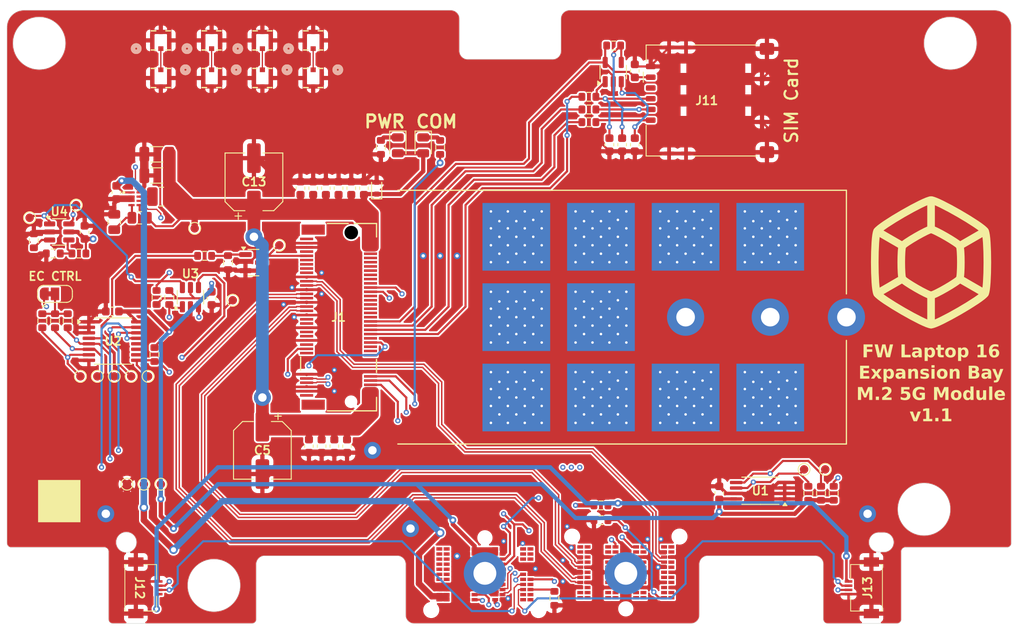
<source format=kicad_pcb>
(kicad_pcb (version 20241229) (generator "pcbnew") (generator_version "9.0")
  (title_block (title "Framework 16 Expansion Bay Cellular Module") (rev "${VERSION}"))
  (layers (0 "F.Cu" signal) (4 "In1.Cu" signal) (6 "In2.Cu" signal) (2 "B.Cu" signal) (13 "F.Paste" user) (15 "B.Paste" user) (5 "F.SilkS" user "F.Silkscreen") (7 "B.SilkS" user "B.Silkscreen") (1 "F.Mask" user) (3 "B.Mask" user) (25 "Edge.Cuts" user))
  (property "JLC_BOARD_TYPE" "JLC041611H-3313")
  (property "VERSION" "v1.1")
  (net 0 "")
  (net 1 "GND")
  (net 2 "+3.7V_MODEM")
  (net 3 "+3.3V")
  (net 4 "Net-(J11-RST)")
  (net 5 "Net-(J11-CLK)")
  (net 6 "Net-(J11-I{slash}O)")
  (net 7 "/VCC")
  (net 8 "+5V")
  (net 9 "Net-(D1-K)")
  (net 10 "Net-(D3-K)")
  (net 11 "/~{W_DISABLE1}")
  (net 15 "/~{CLKREQ}")
  (net 18 "Net-(J1-GPIO_9{slash}DAS{slash}~{DSS}{slash}~{LED1})")
  (net 19 "/~{RST}")
  (net 20 "/DATA")
  (net 27 "/D+")
  (net 28 "/~{WAKE_ON_WAN}")
  (net 33 "/~{W_DISABLE2}")
  (net 35 "Net-(J1-~{FULL_CARD_POWER_OFF})")
  (net 37 "/TN")
  (net 38 "/RN")
  (net 39 "/RST")
  (net 44 "Net-(J1-~{RESET})")
  (net 45 "/REFCLKP")
  (net 46 "/TP")
  (net 47 "/REFCLKN")
  (net 49 "/CLK")
  (net 51 "/D-")
  (net 52 "/RP")
  (net 53 "Net-(J2-In)")
  (net 60 "Net-(J4-ID0)")
  (net 61 "/MODEM_ON")
  (net 74 "Net-(J12-Pin_3)")
  (net 80 "Net-(J4-ID1)")
  (net 95 "Net-(J13-Pin_3)")
  (net 100 "/SDA")
  (net 112 "Net-(J4-12V_FAN)")
  (net 118 "/SCL")
  (net 129 "Net-(J13-Pin_2)")
  (net 135 "/~{INT}")
  (net 136 "Net-(J12-Pin_2)")
  (net 140 "Net-(J5-In)")
  (net 141 "Net-(J7-In)")
  (net 142 "Net-(J10-In)")
  (net 144 "+12V_FAN")
  (net 145 "Net-(JP1-C)")
  (net 146 "Net-(U5-SW)")
  (net 147 "/RESET")
  (net 148 "/~{SHUTDOWN}")
  (net 149 "/POWER_GOOD")
  (net 150 "Net-(U4-DIV)")
  (net 151 "Net-(U4-SET)")
  (net 152 "Net-(U5-FB)")
  (net 156 "/POWER_ON")
  (net 165 "Net-(Q1-B)")
  (footprint "FW16Cellular:CONN_20579-001E_IPX" (layer "F.Cu") (at 114 75 180)
    (property "Reference" "J3" (hide yes))
    (property "Value" "MHF4L (20579-001E)" (hide yes))
  )
  (footprint "FW16Cellular:CONN_20579-001E_IPX" (layer "F.Cu") (at 132 72.5)
    (property "Reference" "J9" (hide yes))
    (property "Value" "MHF4L (20579-001E)" (hide yes))
  )
  (footprint "Capacitor_SMD:C_0603_1608Metric" (layer "F.Cu") (at 133.5 89 90)
    (property "Reference" "C9" (hide yes))
    (property "Value" "15pF" (hide yes))
  )
  (footprint "MountingHole:MountingHole_2.2mm_M2_Pad" (layer "F.Cu") (at 186 104.25 90)
    (property "Reference" "H2" (hide yes))
    (property "Value" "2252" (hide yes))
  )
  (footprint "FW16Cellular:CONN67_2199230_TEC" (layer "F.Cu") (at 138.775001 94.999999 90)
    (property "Reference" "J1")
    (property "Value" "M.2 Socket B-Key (2199230-3)" (hide yes))
  )
  (footprint "LED_SMD:LED_0805_2012Metric" (layer "F.Cu") (at 145 83.9375 -90)
    (property "Reference" "D3" (hide yes))
    (property "Value" "Green" (hide yes))
  )
  (footprint "Capacitor_SMD:C_1206_3216Metric" (layer "F.Cu") (at 113.525 85 180)
    (property "Reference" "C23" (hide yes))
    (property "Value" "22uF" (hide yes))
  )
  (footprint "Resistor_SMD:R_0603_1608Metric" (layer "F.Cu") (at 140 84.175 90)
    (property "Reference" "R1" (hide yes))
    (property "Value" "150R" (hide yes))
  )
  (footprint "TestPoint:TestPoint_Pad_D1.0mm" (layer "F.Cu") (at 128 95.75)
    (property "Reference" "TP7" (hide yes))
    (property "Value" "TestPoint" (hide yes))
  )
  (footprint "TestPoint:TestPoint_Pad_D1.0mm" (layer "F.Cu") (at 190 122.25 90)
    (property "Reference" "TP9" (hide yes))
    (property "Value" "TestPoint" (hide yes))
  )
  (footprint "Resistor_SMD:R_0603_1608Metric" (layer "F.Cu") (at 100 104.675 -90)
    (property "Reference" "R4" (hide yes))
    (property "Value" "10K" (hide yes))
  )
  (footprint "Capacitor_SMD:C_1206_3216Metric" (layer "F.Cu") (at 113.525 87.5 180)
    (property "Reference" "C22" (hide yes))
    (property "Value" "22uF" (hide yes))
  )
  (footprint "FW16Cellular:Thermal Pad" (layer "F.Cu") (at 186 94.75)
    (property "Reference" "HS1" (hide yes))
    (property "Value" "M.2 Thermal Pads" (hide yes))
  )
  (footprint "TestPoint:TestPoint_Pad_D1.0mm" (layer "F.Cu") (at 112 124)
    (property "Reference" "TP13" (hide yes))
    (property "Value" "TestPoint" (hide yes))
  )
  (footprint "Resistor_SMD:R_0805_2012Metric" (layer "F.Cu") (at 111.5 92.5 180)
    (property "Reference" "R22" (hide yes))
    (property "Value" "1.6M 1%" (hide yes))
  )
  (footprint "Resistor_SMD:R_0805_2012Metric" (layer "F.Cu") (at 108.5 93 90)
    (property "Reference" "R24" (hide yes))
    (property "Value" "250K 1%" (hide yes))
  )
  (footprint "Resistor_SMD:R_0603_1608Metric" (layer "F.Cu") (at 192 125.075 90)
    (property "Reference" "R11" (hide yes))
    (property "Value" "4.7K" (hide yes))
  )
  (footprint "TestPoint:TestPoint_Pad_D1.0mm" (layer "F.Cu") (at 108.5 111.25 180)
    (property "Reference" "TP2" (hide yes))
    (property "Value" "TestPoint" (hide yes))
  )
  (footprint "Diode_SMD:D_SOD-523" (layer "F.Cu") (at 139.5 89 90)
    (property "Reference" "D2" (hide yes))
    (property "Value" "5V" (hide yes))
  )
  (footprint "Capacitor_SMD:C_0603_1608Metric" (layer "F.Cu") (at 134.5 119.5 -90)
    (property "Reference" "C2" (hide yes))
    (property "Value" "220pF" (hide yes))
  )
  (footprint "Resistor_SMD:R_0603_1608Metric" (layer "F.Cu") (at 101.5 104.675 -90)
    (property "Reference" "R3" (hide yes))
    (property "Value" "10K" (hide yes))
  )
  (footprint "FW16Cellular:Thermal Pad" (layer "F.Cu") (at 186 113.75)
    (property "Reference" "HS1" (hide yes))
    (property "Value" "M.2 Thermal Pads" (hide yes))
  )
  (footprint "Capacitor_SMD:C_0603_1608Metric" (layer "F.Cu") (at 136 119.5 -90)
    (property "Reference" "C1" (hide yes))
    (property "Value" "68pF" (hide yes))
  )
  (footprint "Package_TO_SOT_SMD:SOT-23-5" (layer "F.Cu") (at 167.45 75.2725 90)
    (property "Reference" "D4" (hide yes))
    (property "Value" "ESDA6V1SC5" (hide yes))
  )
  (footprint "FW16Cellular:CONN_20579-001E_IPX" (layer "F.Cu") (at 132 75 180)
    (property "Reference" "J10" (hide yes))
    (property "Value" "MHF4L (20579-001E)" (hide yes))
  )
  (footprint "FW16Cellular:CONN_20579-001E_IPX" (layer "F.Cu") (at 120 75 180)
    (property "Reference" "J6" (hide yes))
    (property "Value" "MHF4L (20579-001E)" (hide yes))
  )
  (footprint "FW16Cellular:CONN_20579-001E_IPX" (layer "F.Cu") (at 126 72.5)
    (property "Reference" "J7" (hide yes))
    (property "Value" "MHF4L (20579-001E)" (hide yes))
  )
  (footprint "TestPoint:TestPoint_Pad_D1.0mm" (layer "F.Cu") (at 112.5 111.25)
    (property "Reference" "TP5" (hide yes))
    (property "Value" "TestPoint" (hide yes))
  )
  (footprint "FW16Cellular:AFC30-S04FCC-00" (layer "F.Cu") (at 197.5 136.25 90)
    (property "Reference" "J13")
    (property "Value" "Fan 2" (hide yes))
  )
  (footprint "Resistor_SMD:R_0603_1608Metric" (layer "F.Cu") (at 166 126.5 180)
    (property "Reference" "L1" (hide yes))
    (property "Value" "120R/100MHz" (hide yes))
  )
  (footprint "TestPoint:TestPoint_Pad_D1.0mm" (layer "F.Cu") (at 106.5 111.25 180)
    (property "Reference" "TP3" (hide yes))
    (property "Value" "TestPoint" (hide yes))
  )
  (footprint "Resistor_SMD:R_0603_1608Metric" (layer "F.Cu") (at 121.9375 97.8 -90)
    (property "Reference" "R10" (hide yes))
    (property "Value" "10K" (hide yes))
  )
  (footprint "Capacitor_SMD:C_0603_1608Metric" (layer "F.Cu") (at 105 94.225 90)
    (property "Reference" "C16" (hide yes))
    (property "Value" "0.1uF" (hide yes))
  )
  (footprint "Resistor_SMD:R_0603_1608Metric" (layer "F.Cu") (at 164.575 79.695)
    (property "Reference" "R19" (hide yes))
    (property "Value" "22R" (hide yes))
  )
  (footprint "Jumper:SolderJumper-3_P1.3mm_Bridged12_RoundedPad1.0x1.5mm" (layer "F.Cu") (at 101.5 101.5)
    (property "Reference" "JP1" (hide yes))
    (property "Value" "SolderJumper_3_Bridged12" (hide yes))
  )
  (footprint "Resistor_SMD:R_0603_1608Metric" (layer "F.Cu") (at 99 95.225 90)
    (property "Reference" "R17" (hide yes))
    (property "Value" "270K 1%" (hide yes))
  )
  (footprint "Resistor_SMD:R_0603_1608Metric" (layer "F.Cu") (at 147 84.175 90)
    (property "Reference" "R7" (hide yes))
    (property "Value" "150R" (hide yes))
  )
  (footprint "Resistor_SMD:R_0603_1608Metric" (layer "F.Cu") (at 160.5 137.5 -90)
    (property "Reference" "R23" (hide yes))
    (property "Value" "330K" (hide yes))
  )
  (footprint "FW16Cellular:Expansion Bay FXBeam" (layer "F.Cu") (at 160.616447 134.536459)
    (property "Reference" "J4" (hide yes))
    (property "Value" "~" (hide yes))
  )
  (footprint "FW16Cellular:Thermal Pad" (layer "F.Cu") (at 166 104.25)
    (property "Reference" "HS1" (hide yes))
    (property "Value" "M.2 Thermal Pads" (hide yes))
  )
  (footprint "FW16Cellular:Thermal Pad" (layer "F.Cu") (at 156 94.75)
    (property "Reference" "HS1" (hide yes))
    (property "Value" "M.2 Thermal Pads" (hide yes))
  )
  (footprint "FW16Cellular:CONN_20579-001E_IPX" (layer "F.Cu") (at 126 75 180)
    (property "Reference" "J8" (hide yes))
    (property "Value" "MHF4L (20579-001E)" (hide yes))
  )
  (footprint "FW16Cellular:WQFN-HR8_RZE_TEX" (layer "F.Cu") (at 111.0174 90.250001)
    (property "Reference" "U5" (hide yes))
    (property "Value" "TPS628304ARZER" (hide yes))
  )
  (footprint "Capacitor_SMD:C_0603_1608Metric" (layer "F.Cu") (at 135 89 90)
    (property "Reference" "C10" (hide yes))
    (property "Value" "68pF" (hide yes))
  )
  (footprint "TestPoint:TestPoint_Pad_D1.0mm" (layer "F.Cu") (at 122.5 102.25)
    (property "Reference" "TP6" (hide yes))
    (property "Value" "TestPoint" (hide yes))
  )
  (footprint "Capacitor_SMD:C_0603_1608Metric" (layer "F.Cu") (at 170 83.86 -90)
    (property "Reference" "C18" (hide yes))
    (property "Value" "15pF" (hide yes))
  )
  (footprint "Capacitor_SMD:C_0603_1608Metric" (layer "F.Cu") (at 179.975 125.025 90)
    (property "Reference" "C6" (hide yes))
    (property "Value" "0.1uF" (hide yes))
  )
  (footprint "TestPoint:TestPoint_Pad_D1.0mm" (layer "F.Cu") (at 104 91)
    (property "Reference" "TP11" (hide yes))
    (property "Value" "TestPoint" (hide yes))
  )
  (footprint "Capacitor_SMD:C_0603_1608Metric" (layer "F.Cu") (at 130.5 89 90)
    (property "Reference" "C7" (hide yes))
    (property "Value" "4.7pF" (hide yes))
  )
  (footprint "LED_SMD:LED_0805_2012Metric" (layer "F.Cu") (at 142 83.9375 -90)
    (property "Reference" "D1" (hide yes))
    (property "Value" "Red" (hide yes))
  )
  (footprint "Capacitor_SMD:CP_Elec_6.3x5.4" (layer "F.Cu") (at 125 88.25 90)
    (property "Reference" "C13")
    (property "Value" "220uF" (hide yes))
  )
  (footprint "FW16Cellular:AFC30-S04FCC-00" (layer "F.Cu") (at 111.5 136.25 -90)
    (property "Reference" "J12")
    (property "Value" "Fan 1" (hide yes))
  )
  (footprint "FW16Cellular:Thermal Pad" (layer "F.Cu") (at 176 94.75)
    (property "Reference" "HS1" (hide yes))
    (property "Value" "M.2 Thermal Pads" (hide yes))
  )
  (footprint "Package_TO_SOT_SMD:SOT-23" (layer "F.Cu") (at 124.9375 97.8)
    (property "Reference" "Q1" (hide yes))
    (property "Value" "NPN" (hide yes))
  )
  (footprint "Resistor_SMD:R_0603_1608Metric" (layer "F.Cu") (at 190.5 125.075 90)
    (property "Reference" "R12" (hide yes))
    (property "Value" "4.7K" (hide yes))
  )
  (footprint "Resistor_SMD:R_0603_1608Metric" (layer "F.Cu") (at 119.175 97)
    (property "Reference" "R9" (hide yes))
    (property "Value" "1K" (hide yes))
  )
  (footprint "TestPoint:TestPoint_Pad_D1.0mm" (layer "F.Cu") (at 110.5 111.25 180)
    (property "Reference" "TP1" (hide yes))
    (property "Value" "TestPoint" (hide yes))
  )
  (footprint "FW16Cellular:Thermal Pad" (layer "F.Cu") (at 166 113.75)
    (property "Reference" "HS1" (hide yes))
    (property "Value" "M.2 Thermal Pads" (hide yes))
  )
  (footprint "Capacitor_SMD:C_0603_1608Metric" (layer "F.Cu") (at 168.5 83.86 -90)
    (property "Reference" "C19" (hide yes))
    (property "Value" "15pF" (hide yes))
  )
  (footprint "TestPoint:TestPoint_Pad_D1.0mm" (layer "F.Cu") (at 110 124)
    (property "Reference" "TP15" (hide yes))
    (property "Value" "TestPoint" (hide yes))
  )
  (footprint "Capacitor_SMD:C_0603_1608Metric" (layer "F.Cu") (at 167 83.86 -90)
    (property "Reference" "C17" (hide yes))
    (property "Value" "15pF" (hide yes))
  )
  (footprint "Capacitor_SMD:C_0603_1608Metric" (layer "F.Cu") (at 136.5 89 90)
    (property "Reference" "C12" (hide yes))
    (property "Value" "0.1uF" (hide yes))
  )
  (footprint "TestPoint:TestPoint_Pad_D1.0mm" (layer "F.Cu") (at 104.5 111.25 180)
    (property "Reference" "TP4" (hide yes))
    (property "Value" "TestPoint" (hide yes))
  )
  (footprint "Resistor_SMD:R_0603_1608Metric" (layer "F.Cu") (at 193.5 125.075 90)
    (property "Reference" "R13" (hide yes))
    (property "Value" "4.7K" (hide yes))
  )
  (footprint "Capacitor_SMD:C_0603_1608Metric" (layer "F.Cu") (at 108.75 89.5 -90)
    (property "Reference" "C21" (hide yes))
    (property "Value" "10uF" (hide yes))
  )
  (footprint "Resistor_SMD:R_0603_1608Metric" (layer "F.Cu") (at 115 101.925 -90)
    (property "Reference" "R8" (hide yes))
    (property "Value" "10K" (hide yes))
  )
  (footprint "Capacitor_SMD:CP_Elec_6.3x5.4" (layer "F.Cu") (at 126 120 -90)
    (property "Reference" "C5")
    (property "Value" "220uF" (hide yes))
  )
  (footprint "Package_SO:TSSOP-8_4.4x3mm_P0.65mm" (layer "F.Cu") (at 184.8375 124.775 180)
    (property "Reference" "U1")
    (property "Value" "BR24G32FVT-3" (hide yes))
  )
  (footprint "TestPoint:TestPoint_Pad_D1.0mm" (layer "F.Cu") (at 192.5 122.25 90)
    (property "Reference" "TP8" (hide yes))
    (property "Value" "TestPoint" (hide yes))
  )
  (footprint "FW16Cellular:Thermal Pad" (layer "F.Cu") (at 156 113.75)
    (property "Reference" "HS1" (hide yes))
    (property "Value" "M.2 Thermal Pads" (hide yes))
  )
  (footprint "FW16Cellular:Thermal Pad" (layer "F.Cu") (at 166 94.75)
    (property "Reference" "HS1" (hide yes))
    (property "Value" "M.2 Thermal Pads" (hide yes))
  )
  (footprint "TestPoint:TestPoint_Pad_D1.0mm" (layer "F.Cu") (at 98.5 92.5)
    (property "Reference" "TP10" (hide yes))
    (property "Value" "TestPoint" (hide yes))
  )
  (footprint "Resistor_SMD:R_0603_1608Metric" (layer "F.Cu") (at 104.325 96.725 180)
    (property "Reference" "R14" (hide yes))
    (property "Value" "680K 1%" (hide yes))
  )
  (footprint "Capacitor_SMD:C_0603_1608Metric" (layer "F.Cu") (at 120 102.025 -90)
    (property "Reference" "C15" (hide yes))
    (property "Value" "0.1uF" (hide yes))
  )
  (footprint "Resistor_SMD:R_0603_1608Metric" (layer "F.Cu") (at 113.25 108.675 -90)
    (property "Reference" "R5" (hide yes))
    (property "Value" "10K" (hide yes))
  )
  (footprint "Package_TO_SOT_SMD:TSOT-23-6" (layer "F.Cu") (at 102 94.175)
    (property "Reference" "U4")
    (property "Value" "LTC6994xS6-1" (hide yes))
  )
  (footprint "MountingHole:MountingHole_2.2mm_M2_Pad" (layer "F.Cu") (at 176 104.25 90)
    (property "Reference" "H1" (hide yes))
    (property "Value" "2242" (hide yes))
  )
  (footprint "Package_SO:TSSOP-16_4.4x5mm_P0.65mm" (layer "F.Cu") (at 108.3625 107.075)
    (property "Reference" "U2")
    (property "Value" "TCA9534" (hide yes))
  )
  (footprint "Resistor_SMD:R_0603_1608Metric" (layer "F.Cu") (at 164.575 78.195)
    (property "Reference" "R21" (hide yes))
    (property "Value" "22R" (hide yes))
  )
  (footprint "Capacitor_SMD:C_0603_1608Metric" (layer "F.Cu") (at 138 89 90)
    (property "Reference" "C11" (hide yes))
    (property "Value" "220pF" (hide yes))
  )
  (footprint "Capacitor_SMD:C_0603_1608Metric" (layer "F.Cu") (at 108.275 103.575 180)
    (property "Reference" "C14" (hide yes))
    (property "Value" "0.1uF" (hide yes))
  )
  (footprint "Resistor_SMD:R_0603_1608Metric" (layer "F.Cu") (at 101.295 96.725 180)
    (property "Reference" "R16" (hide yes))
    (property "Value" "1M 1%" (hide yes))
  )
  (footprint "FW16Cellular:Thermal Pad" (layer "F.Cu") (at 156 104.25)
    (property "Reference" "HS1" (hide yes))
    (property "Value" "M.2 Thermal Pads" (hide yes))
  )
  (footprint "Capacitor_SMD:C_0603_1608Metric" (layer "F.Cu") (at 133 119.5 -90)
    (property "Reference" "C3" (hide yes))
    (property "Value" "6.8nF" (hide yes))
  )
  (footprint "Resistor_SMD:R_0603_1608Metric" (layer "F.Cu") (at 164.575 81.195)
    (property "Reference" "R20" (hide yes))
    (property "Value" "22R" (hide yes))
  )
  (footprint "Connector_Card:microSIM_JAE_SF53S006VCBR2000" (layer "F.Cu") (at 178.5 78.635 90)
    (property "Reference" "J11")
    (property "Value" "SIM Card")
  )
  (footprint "Capacitor_SMD:C_0603_1608Metric" (layer "F.Cu") (at 131.5 119.5 -90)
    (property "Reference" "C4" (hide yes))
    (property "Value" "0.1uF" (hide yes))
  )
  (footprint "Resistor_SMD:R_0603_1608Metric" (layer "F.Cu") (at 167.5 72.135)
    (property "Reference" "R18" (hide yes))
    (property "Value" "10K" (hide yes))
  )
  (footprint "Inductor_SMD:L_1008_2520Metric" (layer "F.Cu") (at 114.075 90)
    (property "Reference" "L2" (hide yes))
    (property "Value" "0.47uH" (hide yes))
  )
  (footprint "FW16Cellular:CONN_20579-001E_IPX" (layer "F.Cu") (at 120 72.5)
    (property "Reference" "J5" (hide yes))
    (property "Value" "MHF4L (20579-001E)" (hide yes))
  )
  (footprint "TestPoint:TestPoint_Pad_D1.0mm" (layer "F.Cu") (at 118 93.75)
    (property "Reference" "TP14" (hide yes))
    (property "Value" "TestPoint" (hide yes))
  )
  (footprint "Resistor_SMD:R_0603_1608Metric" (layer "F.Cu") (at 166 128.25 180)
    (property "Reference" "R6" (hide yes))
    (property "Value" "330K" (hide yes))
  )
  (footprint "Resistor_SMD:R_0603_1608Metric" (layer "F.Cu") (at 113.5 101.925 90)
    (property "Reference" "R15" (hide yes))
    (property "Value" "10K" (hide yes))
  )
  (footprint "Capacitor_SMD:C_0603_1608Metric" (layer "F.Cu") (at 170 75.135 90)
    (property "Reference" "C20" (hide yes))
    (property "Value" "0.1uF" (hide yes))
  )
  (footprint "Capacitor_SMD:C_0603_1608Metric" (layer "F.Cu") (at 132 89 90)
    (property "Reference" "C8" (hide yes))
    (property "Value" "9.1pF" (hide yes))
  )
  (footprint "Package_TO_SOT_SMD:SOT-23-6" (layer "F.Cu") (at 117.5 101.8875 90)
    (property "Reference" "U3")
    (property "Value" "74LVC1G11" (hide yes))
  )
  (footprint "TestPoint:TestPoint_Pad_D1.0mm" (layer "F.Cu") (at 114 124)
    (property "Reference" "TP12" (hide yes))
    (property "Value" "TestPoint" (hide yes))
  )
  (footprint "FW16Cellular:Thermal Pad" (layer "F.Cu") (at 176 113.75)
    (property "Reference" "HS1" (hide yes))
    (property "Value" "M.2 Thermal Pads" (hide yes))
  )
  (footprint "MountingHole:MountingHole_2.2mm_M2_Pad" (layer "F.Cu") (at 195 104.25 90)
    (property "Reference" "H3" (hide yes))
    (property "Value" "2260" (hide yes))
  )
  (footprint "Resistor_SMD:R_0603_1608Metric" (layer "F.Cu") (at 103 104.675 -90)
    (property "Reference" "R2" (hide yes))
    (property "Value" "10K" (hide yes))
  )
  (footprint "FW16Cellular:CONN_20579-001E_IPX" (layer "F.Cu") (at 114 72.5)
    (property "Reference" "J2" (hide yes))
    (property "Value" "MHF4L (20579-001E)" (hide yes))
  )
  (gr_poly (pts (xy 205.043417 93.878306) (xy 205.099985 93.89185) (xy 205.248917 93.943559) (xy 205.439479 94.024576) (xy 205.664352 94.130675) (xy 206.187753 94.401221) (xy 206.760571 94.72139) (xy 207.324255 95.05738) (xy 207.820255 95.375386) (xy 208.024576 95.517082) (xy 208.19002 95.641604) (xy 208.309268 95.744729) (xy 208.349281 95.786947) (xy 208.375 95.822231) (xy 208.409252 95.917908) (xy 208.438937 96.072742) (xy 208.464056 96.278282) (xy 208.484607 96.526077) (xy 208.512009 97.114629) (xy 208.521142 97.770788) (xy 208.512009 98.426948) (xy 208.484607 99.015499) (xy 208.464056 99.263294) (xy 208.438937 99.468834) (xy 208.409252 99.623668) (xy 208.375 99.719345) (xy 208.349281 99.754629) (xy 208.309268 99.796847) (xy 208.190021 99.899972) (xy 208.024577 100.024495) (xy 207.820256 100.16619) (xy 207.324256 100.484196) (xy 206.760572 100.820186) (xy 206.187754 101.140356) (xy 205.664353 101.410901) (xy 205.43948 101.517001) (xy 205.248918 101.598018) (xy 205.099985 101.649727) (xy 205.043417 101.66327) (xy 205.000001 101.667902) (xy 205.000001 101.667903) (xy 204.956584 101.663271) (xy 204.900016 101.649728) (xy 204.751084 101.598019) (xy 204.560522 101.517002) (xy 204.335649 101.410902) (xy 203.812248 101.140356) (xy 203.23943 100.820187) (xy 202.675746 100.484196) (xy 202.179746 100.16619) (xy 201.975425 100.024495) (xy 201.809981 99.899972) (xy 201.690734 99.796847) (xy 201.650721 99.754629) (xy 201.625001 99.719345) (xy 201.590749 99.623668) (xy 201.561064 99.468835) (xy 201.535946 99.263295) (xy 201.515395 99.015499) (xy 201.487993 98.426948) (xy 201.478859 97.770788) (xy 201.487993 97.114629) (xy 201.515394 96.526077) (xy 201.535946 96.278282) (xy 201.561064 96.072742) (xy 201.590749 95.917908) (xy 201.625001 95.822231) (xy 201.65072 95.786948) (xy 201.690733 95.74473) (xy 201.809981 95.641605) (xy 201.975425 95.517082) (xy 202.179746 95.375386) (xy 202.675746 95.05738) (xy 203.23943 94.72139) (xy 203.812248 94.401221) (xy 204.335649 94.130675) (xy 204.560521 94.024576) (xy 204.751083 93.943559) (xy 204.900016 93.89185) (xy 204.956584 93.878306) (xy 205 93.873674)) (stroke (width 0.899999) (color 33 33 33 1)) (fill no) (layer "F.SilkS"))
  (gr_line (start 205 93.873674) (end 205 90.409573) (stroke (width 0.899999) (color 33 33 33 1)) (layer "F.SilkS"))
  (gr_line (start 208.375 95.822231) (end 211.375 94.090181) (stroke (width 0.899999) (color 33 33 33 1)) (layer "F.SilkS"))
  (gr_line (start 195 119.25) (end 142 119.25) (stroke (width 0.15)) (layer "F.SilkS"))
  (gr_poly (pts (xy 205.082008 90.418321) (xy 205.188859 90.443904) (xy 205.470176 90.541576) (xy 205.830126 90.694608) (xy 206.254886 90.895019) (xy 207.243533 91.406049) (xy 208.325522 92.010813) (xy 209.390258 92.645461) (xy 210.327147 93.246139) (xy 210.713087 93.513786) (xy 211.025593 93.748996) (xy 211.250838 93.943788) (xy 211.326419 94.023532) (xy 211.375 94.090179) (xy 211.439698 94.270902) (xy 211.49577 94.563366) (xy 211.543215 94.951608) (xy 211.582034 95.419666) (xy 211.633793 96.531374) (xy 211.651045 97.770786) (xy 211.633793 99.010199) (xy 211.582034 100.121907) (xy 211.543215 100.589965) (xy 211.49577 100.978207) (xy 211.439698 101.270672) (xy 211.375 101.451395) (xy 211.326419 101.518042) (xy 211.250839 101.597786) (xy 211.025593 101.792578) (xy 210.713088 102.027788) (xy 210.327148 102.295435) (xy 209.39026 102.896114) (xy 208.325523 103.530762) (xy 207.243534 104.135527) (xy 206.254887 104.646557) (xy 205.830128 104.846967) (xy 205.470177 105) (xy 205.18886 105.097672) (xy 205.082009 105.123254) (xy 205 105.132003) (xy 204.917992 105.123254) (xy 204.811141 105.097672) (xy 204.529823 105) (xy 204.169873 104.846967) (xy 203.745114 104.646557) (xy 202.756467 104.135527) (xy 201.674478 103.530762) (xy 200.609742 102.896114) (xy 199.672853 102.295435) (xy 199.286913 102.027788) (xy 198.974408 101.792578) (xy 198.749162 101.597786) (xy 198.673582 101.518042) (xy 198.625001 101.451395) (xy 198.560303 101.270672) (xy 198.504231 100.978208) (xy 198.456785 100.589965) (xy 198.417967 100.121908) (xy 198.366208 99.0102) (xy 198.348955 97.770787) (xy 198.366208 96.531375) (xy 198.417966 95.419667) (xy 198.456785 94.951609) (xy 198.50423 94.563367) (xy 198.560302 94.270903) (xy 198.625 94.09018) (xy 198.673581 94.023533) (xy 198.749162 93.943788) (xy 198.974407 93.748996) (xy 199.286912 93.513786) (xy 199.672852 93.24614) (xy 200.609741 92.645461) (xy 201.674477 92.010814) (xy 202.756466 91.406049) (xy 203.745113 90.895019) (xy 204.169872 90.694608) (xy 204.529822 90.541576) (xy 204.81114 90.443904) (xy 204.917991 90.418321) (xy 204.999999 90.409572)) (stroke (width 0.899999) (color 33 33 33 1)) (fill no) (layer "F.SilkS"))
  (gr_line (start 198.625001 101.451397) (end 201.625001 99.719345) (stroke (width 0.899999) (color 33 33 33 1)) (layer "F.SilkS"))
  (gr_line (start 201.625001 95.822231) (end 198.625001 94.090181) (stroke (width 0.899999) (color 33 33 33 1)) (layer "F.SilkS"))
  (gr_line (start 208.375 99.719345) (end 211.375 101.451397) (stroke (width 0.899999) (color 33 33 33 1)) (layer "F.SilkS"))
  (gr_rect (start 99.5 123.5) (end 104.5 128.5) (fill yes) (layer "F.SilkS"))
  (gr_line (start 195 107) (end 195 119.25) (stroke (width 0.15)) (layer "F.SilkS"))
  (gr_line (start 205 101.667901) (end 205 105.132002) (stroke (width 0.899999) (color 33 33 33 1)) (layer "F.SilkS"))
  (gr_line (start 195 89.25) (end 142 89.25) (stroke (width 0.15)) (layer "F.SilkS"))
  (gr_line (start 195 89.25) (end 195 101.5) (stroke (width 0.15)) (layer "F.SilkS"))
  (gr_arc (start 201.476447 131.966459) (mid 201.622876 131.612884) (end 201.976447 131.466459) (stroke (width 0.05)) (layer "Edge.Cuts"))
  (gr_arc (start 212.476447 67.966459) (mid 213.890674 68.55223) (end 214.476447 69.966459) (stroke (width 0.05)) (layer "Edge.Cuts"))
  (gr_circle (center 207.276447 71.866459) (end 210.376447 71.866459) (stroke (width 0.05)) (fill no) (layer "Edge.Cuts"))
  (gr_circle (center 204.176447 126.966459) (end 207.276447 126.966459) (stroke (width 0.05)) (fill no) (layer "Edge.Cuts"))
  (gr_line (start 176.626447 140.466459) (end 143.926447 140.466459) (stroke (width 0.05)) (layer "Edge.Cuts"))
  (gr_line (start 192.276447 139.966459) (end 192.276447 133.466459) (stroke (width 0.05)) (layer "Edge.Cuts"))
  (gr_circle (center 99.636147 71.866459) (end 102.736147 71.866459) (stroke (width 0.05)) (fill no) (layer "Edge.Cuts"))
  (gr_line (start 161.276447 68.966459) (end 161.276447 72.766459) (stroke (width 0.05)) (layer "Edge.Cuts"))
  (gr_line (start 149.276447 72.766459) (end 149.276447 68.966459) (stroke (width 0.05)) (layer "Edge.Cuts"))
  (gr_line (start 95.826447 130.966459) (end 95.826447 69.966459) (stroke (width 0.05)) (layer "Edge.Cuts"))
  (gr_arc (start 214.476447 130.966459) (mid 214.329982 131.319991) (end 213.976447 131.466459) (stroke (width 0.05)) (layer "Edge.Cuts"))
  (gr_arc (start 177.626447 133.466459) (mid 177.919322 132.759331) (end 178.626447 132.466459) (stroke (width 0.05)) (layer "Edge.Cuts"))
  (gr_circle (center 120.276447 135.966459) (end 123.376447 135.966459) (stroke (width 0.05)) (fill no) (layer "Edge.Cuts"))
  (gr_arc (start 107.326447 131.466459) (mid 107.680014 131.61289) (end 107.826447 131.966459) (stroke (width 0.05)) (layer "Edge.Cuts"))
  (gr_line (start 200.976447 140.466459) (end 192.776447 140.466459) (stroke (width 0.05)) (layer "Edge.Cuts"))
  (gr_arc (start 95.826447 69.966459) (mid 96.412215 68.552224) (end 97.826447 67.966459) (stroke (width 0.05)) (layer "Edge.Cuts"))
  (gr_line (start 213.976447 131.466459) (end 201.976447 131.466459) (stroke (width 0.05)) (layer "Edge.Cuts"))
  (gr_arc (start 192.776447 140.466459) (mid 192.422907 140.319997) (end 192.276447 139.966459) (stroke (width 0.05)) (layer "Edge.Cuts"))
  (gr_line (start 150.276447 73.766459) (end 160.276447 73.766459) (stroke (width 0.05)) (layer "Edge.Cuts"))
  (gr_arc (start 161.276447 72.766459) (mid 160.983536 73.473544) (end 160.276447 73.766459) (stroke (width 0.05)) (layer "Edge.Cuts"))
  (gr_arc (start 125.276447 139.966459) (mid 125.129982 140.319991) (end 124.776447 140.466459) (stroke (width 0.05)) (layer "Edge.Cuts"))
  (gr_line (start 125.276447 139.966459) (end 125.276447 133.466459) (stroke (width 0.05)) (layer "Edge.Cuts"))
  (gr_line (start 214.476 130.97) (end 214.476 69.97) (stroke (width 0.05)) (layer "Edge.Cuts"))
  (gr_line (start 199.426447 129.716459) (end 198.826447 129.716459) (stroke (width 0.05)) (layer "Edge.Cuts"))
  (gr_arc (start 96.326447 131.466459) (mid 95.972907 131.319997) (end 95.826447 130.966459) (stroke (width 0.05)) (layer "Edge.Cuts"))
  (gr_arc (start 199.426447 129.716459) (mid 200.576541 130.8665) (end 199.426447 132.016459) (stroke (width 0.05)) (layer "Edge.Cuts"))
  (gr_arc (start 143.926447 140.466459) (mid 143.219354 140.173551) (end 142.926447 139.466459) (stroke (width 0.05)) (layer "Edge.Cuts"))
  (gr_arc (start 108.326447 140.466459) (mid 107.972907 140.319997) (end 107.826447 139.966459) (stroke (width 0.05)) (layer "Edge.Cuts"))
  (gr_line (start 107.826447 139.966459) (end 107.826447 131.966459) (stroke (width 0.05)) (layer "Edge.Cuts"))
  (gr_line (start 198.826447 132.016459) (end 199.426447 132.016459) (stroke (width 0.05)) (layer "Edge.Cuts"))
  (gr_arc (start 141.926447 132.466459) (mid 142.633567 132.759337) (end 142.926447 133.466459) (stroke (width 0.05)) (layer "Edge.Cuts"))
  (gr_line (start 141.926447 132.466459) (end 126.276447 132.466459) (stroke (width 0.05)) (layer "Edge.Cuts"))
  (gr_arc (start 198.826447 132.016459) (mid 197.676541 130.8665) (end 198.826447 129.716459) (stroke (width 0.05)) (layer "Edge.Cuts"))
  (gr_arc (start 177.626447 139.466459) (mid 177.333594 140.173603) (end 176.626447 140.466459) (stroke (width 0.05)) (layer "Edge.Cuts"))
  (gr_arc (start 148.276447 67.966459) (mid 148.983567 68.259337) (end 149.276447 68.966459) (stroke (width 0.05)) (layer "Edge.Cuts"))
  (gr_line (start 96.326447 131.466459) (end 107.326447 131.466459) (stroke (width 0.05)) (layer "Edge.Cuts"))
  (gr_line (start 201.476447 139.966459) (end 201.476447 131.966459) (stroke (width 0.05)) (layer "Edge.Cuts"))
  (gr_arc (start 201.476447 139.966459) (mid 201.329982 140.319991) (end 200.976447 140.466459) (stroke (width 0.05)) (layer "Edge.Cuts"))
  (gr_line (start 191.276447 132.466459) (end 178.626447 132.466459) (stroke (width 0.05)) (layer "Edge.Cuts"))
  (gr_line (start 142.926447 133.466459) (end 142.926447 139.466459) (stroke (width 0.05)) (layer "Edge.Cuts"))
  (gr_arc (start 125.276447 133.466459) (mid 125.569322 132.759331) (end 126.276447 132.466459) (stroke (width 0.05)) (layer "Edge.Cuts"))
  (gr_line (start 148.276447 67.966459) (end 97.826447 67.966459) (stroke (width 0.05)) (layer "Edge.Cuts"))
  (gr_line (start 124.776447 140.466459) (end 108.326447 140.466459) (stroke (width 0.05)) (layer "Edge.Cuts"))
  (gr_arc (start 161.276447 68.966459) (mid 161.569322 68.259331) (end 162.276447 67.966459) (stroke (width 0.05)) (layer "Edge.Cuts"))
  (gr_circle (center 109.926447 130.866459) (end 111.126447 130.866459) (stroke (width 0.05)) (fill no) (layer "Edge.Cuts"))
  (gr_arc (start 150.276447 73.766459) (mid 149.569354 73.473551) (end 149.276447 72.766459) (stroke (width 0.05)) (layer "Edge.Cuts"))
  (gr_line (start 177.626447 139.466459) (end 177.626447 133.466459) (stroke (width 0.05)) (layer "Edge.Cuts"))
  (gr_arc (start 191.276447 132.466459) (mid 191.983567 132.759337) (end 192.276447 133.466459) (stroke (width 0.05)) (layer "Edge.Cuts"))
  (gr_line (start 212.476447 67.966459) (end 162.276447 67.966459) (stroke (width 0.05)) (layer "Edge.Cuts"))
  (gr_text "EC CTRL" (at 101.5 100 0) (layer "F.SilkS") (effects (font (size 1 1) (thickness 0.2) (bold yes)) (justify bottom)))
  (gr_text "PWR" (at 143 82 0) (layer "F.SilkS") (effects (font (size 1.5 1.5) (thickness 0.3) (bold yes)) (justify right bottom)))
  (gr_text "COM" (at 144 82 0) (layer "F.SilkS") (effects (font (size 1.5 1.5) (thickness 0.3) (bold yes)) (justify left bottom)))
  (gr_text "FW Laptop 16\nExpansion Bay\nM.2 5G Module\n${VERSION}" (at 205 107.5 0) (layer "F.SilkS") (effects (font (size 1.5 1.5) (thickness 0.25) (bold yes)) (justify top)))
  (segment (start 150.206447 132.856459) (end 149.356459 132.856459) (width 0.4) (layer "F.Cu") (net 1))
  (segment (start 138 88.225) (end 128.225 88.225) (width 0.75) (layer "F.Cu") (net 1))
  (segment (start 99 94.4) (end 98.337178 94.4) (width 0.5) (layer "F.Cu") (net 1))
  (segment (start 117.5 104.5) (end 118.25 105.25) (width 0.5) (layer "F.Cu") (net 1))
  (segment (start 166.856447 132.616459) (end 165.418447 132.616459) (width 0.4) (layer "F.Cu") (net 1))
  (segment (start 147.766447 136.456459) (end 146.906447 136.456459) (width 0.4) (layer "F.Cu") (net 1))
  (segment (start 140 85) (end 140 86.225) (width 0.5) (layer "F.Cu") (net 1))
  (segment (start 108.75 90.275) (end 108.75 90.525) (width 0.5) (layer "F.Cu") (net 1))
  (segment (start 131.224998 112.5) (end 132.75 112.5) (width 0.3) (layer "F.Cu") (net 1))
  (segment (start 132.779968 76.975) (end 133.000001 76.754967) (width 0.5) (layer "F.Cu") (net 1))
  (segment (start 118.999999 76.754967) (end 119.220032 76.975) (width 0.5) (layer "F.Cu") (net 1))
  (segment (start 171.016447 136.216459) (end 171.533541 136.216459) (width 0.4) (layer "F.Cu") (net 1))
  (segment (start 131.224998 105.5) (end 132.75 105.5) (width 0.3) (layer "F.Cu") (net 1))
  (segment (start 149.356459 132.856459) (end 149 132.5) (width 0.4) (layer "F.Cu") (net 1))
  (segment (start 164.818447 132.016459) (end 164.416447 132.016459) (width 0.4) (layer "F.Cu") (net 1))
  (segment (start 129.724998 112.5) (end 131.25 112.5) (width 0.3) (layer "F.Cu") (net 1))
  (segment (start 120.779968 70.525) (end 121.000001 70.745033) (width 0.5) (layer "F.Cu") (net 1))
  (segment (start 165.175 131.659906) (end 165.175 128.25) (width 0.4) (layer "F.Cu") (net 1))
  (segment (start 131.220032 70.525) (end 130.999999 70.745033) (width 0.5) (layer "F.Cu") (net 1))
  (segment (start 166.952499 75.25) (end 166 75.25) (width 0.25) (layer "F.Cu") (net 1))
  (segment (start 131.224999 102.499999) (end 128.750001 102.499999) (width 0.25) (layer "F.Cu") (net 1))
  (segment (start 105 92.25) (end 105.9125 91.3375) (width 0.5) (layer "F.Cu") (net 1))
  (segment (start 184.987499 125.762501) (end 183.375 125.762501) (width 0.4) (layer "F.Cu") (net 1))
  (segment (start 172.8634 131.923412) (end 172.8634 130.724) (width 0.15) (layer "F.Cu") (net 1))
  (segment (start 99.7135 97.273678) (end 100.262178 96.725) (width 0.5) (layer "F.Cu") (net 1))
  (segment (start 124.999999 70.745033) (end 124.999999 71.525001) (width 0.5) (layer "F.Cu") (net 1))
  (segment (start 172.75 133.816459) (end 172.618447 133.816459) (width 0.4) (layer "F.Cu") (net 1))
  (segment (start 120.779968 76.975) (end 121.000001 76.754967) (width 0.5) (layer "F.Cu") (net 1))
  (segment (start 136 120.275) (end 129.225 120.275) (width 0.75) (layer "F.Cu") (net 1))
  (segment (start 120 70.525) (end 119.220032 70.525) (width 0.5) (layer "F.Cu") (net 1))
  (segment (start 118.999999 75.974999) (end 118.999999 76.754967) (width 0.5) (layer "F.Cu") (net 1))
  (segment (start 131.224999 99.5) (end 132.5 99.5) (width 0.3) (layer "F.Cu") (net 1))
  (segment (start 113.220032 76.975) (end 112.999999 76.754967) (width 0.5) (layer "F.Cu") (net 1))
  (segment (start 126.779968 76.975) (end 127.000001 76.754967) (width 0.5) (layer "F.Cu") (net 1))
  (segment (start 174.05 84.905) (end 176.05 84.905) (width 0.25) (layer "F.Cu") (net 1))
  (segment (start 176.05 72.365) (end 185.445 72.365) (width 0.25) (layer "F.Cu") (net 1))
  (segment (start 165.418447 134.416459) (end 165.418447 132.616459) (width 0.4) (layer "F.Cu") (net 1))
  (segment (start 164.5 76.75) (end 164.5 82.135) (width 0.25) (layer "F.Cu") (net 1))
  (segment (start 167 84.635) (end 168.5 84.635) (width 0.25) (layer "F.Cu") (net 1))
  (segment (start 162.916459 134.416459) (end 163.556447 134.416459) (width 0.25) (layer "F.Cu") (net 1))
  (segment (start 106.665352 103.575) (end 105.5 104.740352) (width 0.4) (layer "F.Cu") (net 1))
  (segment (start 173.456447 133.816459) (end 172.75 133.816459) (width 0.4) (layer "F.Cu") (net 1))
  (segment (start 163.556447 136.216459) (end 162.216459 136.216459) (width 0.25) (layer "F.Cu") (net 1))
  (segment (start 118.999999 70.745033) (end 118.999999 71.525001) (width 0.5) (layer "F.Cu") (net 1))
  (segment (start 132.779968 70.525) (end 132 70.525) (width 0.5) (layer "F.Cu") (net 1))
  (segment (start 172.018447 135.731553) (end 172.018447 134.416459) (width 0.4) (layer "F.Cu") (net 1))
  (segment (start 110.5348 90.000001) (end 109.024999 90.000001) (width 0.25) (layer "F.Cu") (net 1))
  (segment (start 149.006447 136.456459) (end 150.206447 137.656459) (width 0.4) (layer "F.Cu") (net 1))
  (segment (start 165.418447 132.616459) (end 164.818447 132.016459) (width 0.4) (layer "F.Cu") (net 1))
  (segment (start 100.725 94.175) (end 99.225 94.175) (width 0.5) (layer "F.Cu") (net 1))
  (segment (start 131.220032 76.975) (end 132 76.975) (width 0.5) (layer "F.Cu") (net 1))
  (segment (start 186.95 123.8) (end 184.987499 125.762501) (width 0.4) (layer "F.Cu") (net 1))
  (segment (start 114 76.975) (end 113.220032 76.975) (width 0.5) (layer "F.Cu") (net 1))
  (segment (start 126 70.525) (end 125.220032 70.525) (width 0.5) (layer "F.Cu") (net 1))
  (segment (start 156.806447 133.456459) (end 156.806447 134.056459) (width 0.4) (layer "F.Cu") (net 1))
  (segment (start 127.000001 76.754967) (end 127.000001 75.974999) (width 0.5) (layer "F.Cu") (net 1))
  (segment (start 106.975 90.275) (end 105.9125 91.3375) (width 0.5) (layer "F.Cu") (net 1))
  (segment (start 132.5 99.5) (end 133 99) (width 0.3) (layer "F.Cu") (net 1))
  (segment (start 153.506447 137.056459) (end 152.906447 136.456459) (width 0.25) (layer "F.Cu") (net 1))
  (segment (start 129.225 120.275) (end 126 123.5) (width 0.75) (layer "F.Cu") (net 1))
  (segment (start 112.05 85) (end 112.05 87.5) (width 1) (layer "F.Cu") (net 1))
  (segment (start 185.03 76.09) (end 185.03 81.17) (width 0.25) (layer "F.Cu") (net 1))
  (segment (start 150.206447 138.206447) (end 150.206447 137.656459) (width 0.4) (layer "F.Cu") (net 1))
  (segment (start 174.916447 136.216459) (end 175.5 135.632906) (width 0.4) (layer "F.Cu") (net 1))
  (segment (start 117.5 103.025) (end 117.5 104.5) (width 0.5) (layer "F.Cu") (net 1))
  (segment (start 171.533541 136.216459) (end 172.018447 135.731553) (width 0.4) (layer "F.Cu") (net 1))
  (segment (start 168.5 84.635) (end 170 84.635) (width 0.25) (layer "F.Cu") (net 1))
  (segment (start 133.25 113) (end 134.5 113) (width 0.3) (layer "F.Cu") (net 1))
  (segment (start 129.724998 113) (end 131.25 113) (width 0.3) (layer "F.Cu") (net 1))
  (segment (start 131.224999 101) (end 132.5 101) (width 0.3) (layer "F.Cu") (net 1))
  (segment (start 112.999999 76.754967) (end 112.999999 75.974999) (width 0.5) (layer "F.Cu") (net 1))
  (segment (start 124.999999 75.974999) (end 124.999999 76.754967) (width 0.5) (layer "F.Cu") (net 1))
  (segment (start 129.75 99.5) (end 131.5 99.5) (width 0.3) (layer "F.Cu") (net 1))
  (segment (start 130.000001 103.999999) (end 129.75 104.25) (width 0.3) (layer "F.Cu") (net 1))
  (segment (start 157.666447 134.056459) (end 156.806447 134.056459) (width 0.4) (layer "F.Cu") (net 1))
  (segment (start 129.724998 95.5) (end 131.25 95.5) (width 0.3) (layer "F.Cu") (net 1))
  (segment (start 154.880511 137.656459) (end 155.019888 137.517082) (width 0.25) (layer "F.Cu") (net 1))
  (segment (start 154.366447 137.656459) (end 154.880511 137.656459) (width 0.4) (layer "F.Cu") (net 1))
  (segment (start 151 139) (end 150.206447 138.206447) (width 0.4) (layer "F.Cu") (net 1))
  (segment (start 110 125) (end 107.5 127.5) (width 0.75) (layer "F.Cu") (net 1))
  (segment (start 182.712499 125.1) (end 181.975 125.1) (width 0.4) (layer "F.Cu") (net 1))
  (segment (start 127.000001 71.525001) (end 127.000001 75.974999) (width 0.5) (layer "F.Cu") (net 1))
  (segment (start 171.016447 134.416459) (end 172.018447 134.416459) (width 0.4) (layer "F.Cu") (net 1))
  (segment (start 118.25 105.25) (end 119 105.25) (width 0.5) (layer "F.Cu") (net 1))
  (segment (start 115.000001 70.745033) (end 115.000001 71.525001) (width 0.5) (layer "F.Cu") (net 1))
  (segment (start 131.225 96) (end 132.75 96) (width 0.3) (layer "F.Cu") (net 1))
  (segment (start 131.237499 107) (end 132.762501 107) (width 0.3) (layer "F.Cu") (net 1))
  (segment (start 176.05 84.905) (end 185.445 84.905) (width 0.25) (layer "F.Cu") (net 1))
  (segment (start 133.000001 75.974999) (end 133.000001 71.525001) (width 0.5) (layer "F.Cu") (net 1))
  (segment (start 165.418447 134.416459) (end 164.818447 133.816459) (width 0.4) (layer "F.Cu") (net 1))
  (segment (start 114 70.525) (end 113.220032 70.525) (width 0.5) (layer "F.Cu") (net 1))
  (segment (start 174.05 84.905) (end 170.27 84.905) (width 0.25) (layer "F.Cu") (net 1))
  (segment (start 173.456447 135.616459) (end 172.133541 135.616459) (width 0.4) (layer "F.Cu") (net 1))
  (segment (start 128.750001 102.499999) (end 128.5 102.75) (width 0.25) (layer "F.Cu") (net 1))
  (segment (start 139.5 88.3) (end 138.075 88.3) (width 0.5) (layer "F.Cu") (net 1))
  (segment (start 120 104.25) (end 120 102.8) (width 0.5) (layer "F.Cu") (net 1))
  (segment (start 129.724998 96) (end 131.25 96) (width 0.3) (layer "F.Cu") (net 1))
  (segment (start 146.906447 136.456459) (end 146.906447 135.856459) (width 0.4) (layer "F.Cu") (net 1))
  (segment (start 133.000001 76.754967) (end 133.000001 75.974999) (width 0.5) (layer "F.Cu") (net 1))
  (segment (start 130.999999 70.745033) (end 130.999999 71.525001) (width 0.5) (layer "F.Cu") (net 1))
  (segment (start 133.000001 71.525001) (end 133.000001 70.745033) (width 0.5) (layer "F.Cu") (net 1))
  (segment (start 97.7135 96.773678) (end 98.2135 97.273678) (width 0.5) (layer "F.Cu") (net 1))
  (segment (start 153.506447 135.856459) (end 152.906447 136.456459) (width 0.25) (layer "F.Cu") (net 1))
  (segment (start 108.75 90.525) (end 108.5 90.775) (width 0.5) (layer "F.Cu") (net 1))
  (segment (start 167.45 75.747501) (end 166.952499 75.25) (width 0.25) (layer "F.Cu") (net 1))
  (segment (start 114 70.525) (end 114.779968 70.525) (width 0.5) (layer "F.Cu") (net 1))
  (segment (start 164.818447 135.616459) (end 164.416447 135.616459) (width 0.4) (layer "F.Cu") (net 1))
  (segment (start 147.766447 135.856459) (end 147.766447 136.456459) (width 0.4) (layer "F.Cu") (net 1))
  (segment (start 110 124) (end 110 125) (width 0.75) (layer "F.Cu") (net 1))
  (segment (start 115.000001 75.974999) (end 115.000001 76.754967) (width 0.5) (layer "F.Cu") (net 1))
  (segment (start 120 76.975) (end 120.779968 76.975) (width 0.5) (layer "F.Cu") (net 1))
  (segment (start 98.2135 97.273678) (end 99.7135 97.273678) (width 0.5) (layer "F.Cu") (net 1))
  (segment (start 130.999999 76.754967) (end 131.220032 76.975) (width 0.5) (layer "F.Cu") (net 1))
  (segment (start 185.61 75.51) (end 185.03 76.09) (width 0.25) (layer "F.Cu") (net 1))
  (segment (start 185.61 81.75) (end 185.03 81.17) (width 0.25) (layer "F.Cu") (net 1))
  (segment (start 124.999999 76.754967) (end 125.220032 76.975) (width 0.5) (layer "F.Cu") (net 1))
  (segment (start 175.5 133.200012) (end 174.916447 132.616459) (width 0.4) (layer "F.Cu") (net 1))
  (segment (start 165.418447 136.216459) (end 164.818447 135.616459) (width 0.4) (layer "F.Cu") (net 1))
  (segment (start 164.5 82.135) (end 167 84.635) (width 0.25) (layer "F.Cu") (net 1))
  (segment (start 118.999999 75.974999) (end 118.999999 71.525001) (width 0.5) (layer "F.Cu") (net 1))
  (segment (start 98.337178 94.4) (end 97.7135 95.023678) (width 0.5) (layer "F.Cu") (net 1))
  (segment (start 172.133541 135.616459) (end 172.018447 135.731553) (width 0.25) (layer "F.Cu") (net 1))
  (segment (start 125.220032 76.975) (end 126 76.975) (width 0.5) (layer "F.Cu") (net 1))
  (segment (start 121.000001 70.745033) (end 121.000001 71.525001) (width 0.5) (layer "F.Cu") (net 1))
  (segment (start 147.766447 136.456459) (end 149.006447 136.456459) (width 0.4) (layer "F.Cu") (net 1))
  (segment (start 185.61 84.74) (end 185.61 81.75) (width 0.25) (layer "F.Cu") (net 1))
  (segment (start 129.75 101) (end 131.5 101) (width 0.3) (layer "F.Cu") (net 1))
  (segment (start 112.999999 70.745033) (end 112.999999 71.525001) (width 0.5) (layer "F.Cu") (net 1))
  (segment (start 105.5 104.740352) (end 105.5 106.040352) (width 0.4) (layer "F.Cu") (net 1))
  (segment (start 129.75 101) (end 129.5 100.75) (width 0.3) (layer "F.Cu") (net 1))
  (segment (start 154.366447 130.883553) (end 154.5 130.75) (width 0.4) (layer "F.Cu") (net 1))
  (segment (start 154.366447 132.256459) (end 154.366447 131.656459) (width 0.4) (layer "F.Cu") (net 1))
  (segment (start 154.854994 138.145006) (end 154.854994 137.681976) (width 0.4) (layer "F.Cu") (net 1))
  (segment (start 120 70.525) (end 120.779968 70.525) (width 0.5) (layer "F.Cu") (net 1))
  (segment (start 172.956447 132.016459) (end 172.8634 131.923412) (width 0.15) (layer "F.Cu") (net 1))
  (segment (start 119.220032 70.525) (end 118.999999 70.745033) (width 0.5) (layer "F.Cu") (net 1))
  (segment (start 185.61 72.53) (end 185.61 75.51) (width 0.25) (layer "F.Cu") (net 1))
  (segment (start 171.516447 132.616459) (end 171.016447 132.616459) (width 0.15) (layer "F.Cu") (net 1))
  (segment (start 132.75 111) (end 133.25 110.5) (width 0.3) (layer "F.Cu") (net 1))
  (segment (start 156.806447 133.456459) (end 157.666447 133.456459) (width 0.4) (layer "F.Cu") (net 1))
  (segment (start 164.818447 132.016459) (end 165.175 131.659906) (width 0.4) (layer "F.Cu") (net 1))
  (segment (start 180.825 125.1) (end 179.975 124.25) (width 0.4) (layer "F.Cu") (net 1))
  (segment (start 131.224999 103.999999) (end 132.750001 103.999999) (width 0.3) (layer "F.Cu") (net 1))
  (segment (start 165.418447 134.416459) (end 165.418447 136.216459) (width 0.4) (layer "F.Cu") (net 1))
  (segment (start 130.999999 71.525001) (end 130.999999 75.974999) (width 0.5) (layer "F.Cu") (net 1))
  (segment (start 174.05 72.365) (end 171.88 74.535) (width 0.25) (layer "F.Cu") (net 1))
  (segment (start 124.999999 75.974999) (end 124.999999 71.525001) (width 0.5) (layer "F.Cu") (net 1))
  (segment (start 115.000001 71.525001) (end 115.000001 75.974999) (width 0.5) (layer "F.Cu") (net 1))
  (segment (start 171.418447 132.616459) (end 171.016447 132.616459) (width 0.4) (layer "F.Cu") (net 1))
  (segment (start 140 86.225) (end 138 88.225) (width 0.5) (layer "F.Cu") (net 1))
  (segment (start 128.225 88.225) (end 125 85) (width 0.75) (layer "F.Cu") (net 1))
  (segment (start 157.666447 134.056459) (end 157.666447 134.656459) (width 0.4) (layer "F.Cu") (net 1))
  (segment (start 163.254447 132.616459) (end 163.556447 132.616459) (width 0.25) (layer "F.Cu") (net 1))
  (segment (start 108.5 91.3375) (end 105.9125 91.3375) (width 0.5) (layer "F.Cu") (net 1))
  (segment (start 172.8634 130.724) (end 173.0874 130.5) (width 0.15) (layer "F.Cu") (net 1))
  (segment (start 166 75.25) (end 164.5 76.75) (width 0.25) (layer "F.Cu") (net 1))
  (segment (start 175.5 135.632906) (end 175.5 134.75) (width 0.4) (layer "F.Cu") (net 1))
  (segment (start 162.5 131.862012) (end 163.254447 132.616459) (width 0.25) (layer "F.Cu") (net 1))
  (segment (start 109.225001 90.500001) (end 110.5348 90.500001) (width 0.25) (layer "F.Cu") (net 1))
  (segment (start 162.5 131.5) (end 162.5 131.862012) (width 0.25) (layer "F.Cu") (net 1))
  (segment (start 150.206447 131.656459) (end 150.206447 137.656459) (width 0.4) (layer "F.Cu") (net 1))
  (segment (start 126 76.975) (end 126.779968 76.975) (width 0.5) (layer "F.Cu") (net 1))
  (segment (start 174.05 72.365) (end 176.05 72.365) (width 0.25) (layer "F.Cu") (net 1))
  (segment (start 132 70.525) (end 131.220032 70.525) (width 0.5) (layer "F.Cu") (net 1))
  (segment (start 119.220032 76.975) (end 120 76.975) (width 0.5) (layer "F.Cu") (net 1))
  (segment (start 162.216459 136.216459) (end 161.5 135.5) (width 0.25) (layer "F.Cu") (net 1))
  (segment (start 125.220032 70.525) (end 124.999999 70.745033) (width 0.5) (layer "F.Cu") (net 1))
  (segment (start 108.5 90.775) (end 108.5 92.0875) (width 0.5) (layer "F.Cu") (net 1))
  (segment (start 126.779968 70.525) (end 127.000001 70.745033) (width 0.5) (layer "F.Cu") (net 1))
  (segment (start 131.224999 103.999999) (end 130.000001 103.999999) (width 0.3) (layer "F.Cu") (net 1))
  (segment (start 183.375 125.762501) (end 182.712499 125.1) (width 0.4) (layer "F.Cu") (net 1))
  (segment (start 112.999999 75.974999) (end 112.999999 71.525001) (width 0.5) (layer "F.Cu") (net 1))
  (segment (start 174.316447 136.216459) (end 174.916447 136.216459) (width 0.4) (layer "F.Cu") (net 1))
  (segment (start 187.7 123.8) (end 186.95 123.8) (width 0.4) (layer "F.Cu") (net 1))
  (segment (start 132.75 112.5) (end 133.25 113) (width 0.3) (layer "F.Cu") (net 1))
  (segment (start 154.366447 135.856459) (end 153.506447 135.856459) (width 0.25) (layer "F.Cu") (net 1))
  (segment (start 129.724998 105.5) (end 131.25 105.5) (width 0.3) (layer "F.Cu") (net 1))
  (segment (start 126 70.525) (end 126.779968 70.525) (width 0.5) (layer "F.Cu") (net 1))
  (segment (start 172.618447 133.816459) (end 171.418447 132.616459) (width 0.4) (layer "F.Cu") (net 1))
  (segment (start 175.5 134.75) (end 175.5 133.200012) (width 0.4) (layer "F.Cu") (net 1))
  (segment (start 121.000001 76.754967) (end 121.000001 75.974999) (width 0.5) (layer "F.Cu") (net 1))
  (segment (start 175.166459 134.416459) (end 175.5 134.75) (width 0.4) (layer "F.Cu") (net 1))
  (segment (start 132 76.975) (end 132.779968 76.975) (width 0.5) (layer "F.Cu") (net 1))
  (segment (start 130.999999 75.974999) (end 130.999999 76.754967) (width 0.5) (layer "F.Cu") (net 1))
  (segment (start 133.25 110.5) (end 134.5 110.5) (width 0.3) (layer "F.Cu") (net 1))
  (segment (start 154.366447 131.656459) (end 154.366447 130.883553) (width 0.4) (layer "F.Cu") (net 1))
  (segment (start 129.724998 111) (end 131.25 111) (width 0.3) (layer "F.Cu") (net 1))
  (segment (start 154 139) (end 151 139) (width 0.4) (layer "F.Cu") (net 1))
  (segment (start 161.5 133) (end 162.916459 134.416459) (width 0.25) (layer "F.Cu") (net 1))
  (segment (start 105 93.45) (end 105 92.25) (width 0.5) (layer "F.Cu") (net 1))
  (segment (start 129.724998 107) (end 131.25 107) (width 0.3) (layer "F.Cu") (net 1))
  (segment (start 154.854994 138.145006) (end 154 139) (width 0.4) (layer "F.Cu") (net 1))
  (segment (start 187.7 123.8) (end 187.7 125.75) (width 0.4) (layer "F.Cu") (net 1))
  (segment (start 181.975 125.1) (end 180.825 125.1) (width 0.4) (layer "F.Cu") (net 1))
  (segment (start 152.905958 132.856459) (end 150.206447 132.856459) (width 0.15) (layer "F.Cu") (net 1))
  (segment (start 132.5 101) (end 133 101.5) (width 0.3) (layer "F.Cu") (net 1))
  (segment (start 109 90.275) (end 109.225001 90.500001) (width 0.25) (layer "F.Cu") (net 1))
  (segment (start 127.000001 70.745033) (end 127.000001 71.525001) (width 0.5) (layer "F.Cu") (net 1))
  (segment (start 131.224998 113) (end 133.25 113) (width 0.3) (layer "F.Cu") (net 1))
  (segment (start 113.220032 70.525) (end 112.999999 70.745033) (width 0.5) (layer "F.Cu") (net 1))
  (segment (start 174.316447 134.416459) (end 175.166459 134.416459) (width 0.4) (layer "F.Cu") (net 1))
  (segment (start 133.000001 70.745033) (end 132.779968 70.525) (width 0.5) (layer "F.Cu") (net 1))
  (segment (start 119 105.25) (end 120 104.25) (width 0.5) (layer "F.Cu") (net 1))
  (segment (start 114.779968 76.975) (end 114 76.975) (width 0.5) (layer "F.Cu") (net 1))
  (segment (start 166.856447 134.416459) (end 165.418447 134.416459) (width 0.4) (layer "F.Cu") (net 1))
  (segment (start 166.856447 136.216459) (end 165.418447 136.216459) (width 0.4) (layer "F.Cu") (net 1))
  (segment (start 107.527852 103.575) (end 106.665352 103.575) (width 0.4) (layer "F.Cu") (net 1))
  (segment (start 97.7135 95.023678) (end 97.7135 96.773678) (width 0.5) (layer "F.Cu") (net 1))
  (segment (start 121.000001 71.525001) (end 121.000001 75.974999) (width 0.5) (layer "F.Cu") (net 1))
  (segment (start 157.666447 133.456459) (end 157.666447 134.056459) (width 0.4) (layer "F.Cu") (net 1))
  (segment (start 115.000001 76.754967) (end 114.779968 76.975) (width 0.5) (layer "F.Cu") (net 1))
  (segment (start 146.906447 135.856459) (end 147.766447 135.856459) (width 0.4) (layer "F.Cu") (net 1))
  (segment (start 131.224998 111) (end 132.75 111) (width 0.3) (layer "F.Cu") (net 1))
  (segment (start 167.45 76.41) (end 167.45 75.747501) (width 0.25) (layer "F.Cu") (net 1))
  (segment (start 171.88 74.61) (end 170.25 74.61) (width 0.25) (layer "F.Cu") (net 1))
  (segment (start 152.906447 136.456459) (end 150.206447 136.456459) (width 0.25) (layer "F.Cu") (net 1))
  (segment (start 108.75 90.275) (end 106.975 90.275) (width 0.5) (layer "F.Cu") (net 1))
  (segment (start 131.224998 95.5) (end 132.75 95.5) (width 0.3) (layer "F.Cu") (net 1))
  (segment (start 124 98.75) (end 122.0625 98.75) (width 0.25) (layer "F.Cu") (net 1))
  (segment (start 114.779968 70.525) (end 115.000001 70.745033) (width 0.5) (layer "F.Cu") (net 1))
  (segment (start 174.916447 132.616459) (end 174.316447 132.616459) (width 0.4) (layer "F.Cu") (net 1))
  (segment (start 154.105958 134.056459) (end 152.905958 132.856459) (width 0.15) (layer "F.Cu") (net 1))
  (segment (start 154.854994 137.681976) (end 154.880511 137.656459) (width 0.4) (layer "F.Cu") (net 1))
  (segment (start 164.818447 133.816459) (end 164.416447 133.816459) (width 0.4) (layer "F.Cu") (net 1))
  (segment (start 173.456447 132.016459) (end 172.956447 132.016459) (width 0.15) (layer "F.Cu") (net 1))
  (segment (start 172.018447 134.416459) (end 172.618447 133.816459) (width 0.4) (layer "F.Cu") (net 1))
  (via (at 128.5 102.75) (size 0.6) (drill 0.3) (layers "F.Cu" "B.Cu") (net 1))
  (via (at 107.5 127.5) (size 2) (drill 1) (layers "F.Cu" "B.Cu") (net 1))
  (via (at 161.5 133) (size 0.6) (drill 0.3) (layers "F.Cu" "B.Cu") (net 1))
  (via (at 171.5 130.5) (size 0.6) (drill 0.3) (layers "F.Cu" "B.Cu") (net 1))
  (via (at 155.019888 137.517082) (size 0.6) (drill 0.3) (layers "F.Cu" "B.Cu") (net 1))
  (via (at 143.5 129.25) (size 2) (drill 1) (layers "F.Cu" "B.Cu") (net 1))
  (via (at 147 97) (size 0.8) (drill 0.4) (layers "F.Cu" "B.Cu") (net 1))
  (via (at 161.5 135.5) (size 0.6) (drill 0.3) (layers "F.Cu" "B.Cu") (net 1))
  (via (at 162 129) (size 0.6) (drill 0.3) (layers "F.Cu" "B.Cu") (net 1))
  (via (at 149 97) (size 0.8) (drill 0.4) (layers "F.Cu" "B.Cu") (net 1))
  (via (at 149 132.5) (size 0.8) (drill 0.4) (layers "F.Cu" "B.Cu") (net 1))
  (via (at 129.75 104.25) (size 0.6) (drill 0.3) (layers "F.Cu" "B.Cu") (net 1))
  (via (at 145 97) (size 0.8) (drill 0.4) (layers "F.Cu" "B.Cu") (net 1))
  (via (at 156.7547 131) (size 0.6) (drill 0.3) (layers "F.Cu" "B.Cu") (net 1))
  (via (at 158.25 134) (size 0.6) (drill 0.3) (layers "F.Cu" "B.Cu") (net 1))
  (via (at 162.5 131.5) (size 0.6) (drill 0.3) (layers "F.Cu" "B.Cu") (net 1))
  (via (at 134.5 113) (size 0.6) (drill 0.3) (layers "F.Cu" "B.Cu") (net 1))
  (via (at 172.75 133.816459) (size 0.6) (drill 0.3) (layers "F.Cu" "B.Cu") (net 1))
  (via (at 133 99) (size 0.6) (drill 0.3) (layers "F.Cu" "B.Cu") (net 1))
  (via (at 134.5 110.5) (size 0.6) (drill 0.3) (layers "F.Cu" "B.Cu") (net 1))
  (via (at 129.5 100.75) (size 0.6) (drill 0.3) (layers "F.Cu" "B.Cu") (net 1))
  (via (at 197.5 127.5) (size 2) (drill 1) (layers "F.Cu" "B.Cu") (net 1))
  (via (at 154.5 130.75) (size 0.6) (drill 0.3) (layers "F.Cu" "B.Cu") (net 1))
  (via (at 139 120) (size 2) (drill 1) (layers "F.Cu" "B.Cu") (net 1))
  (via (at 133 101.5) (size 0.6) (drill 0.3) (layers "F.Cu" "B.Cu") (net 1))
  (via (at 173.0874 130.5) (size 0.6) (drill 0.3) (layers "F.Cu" "B.Cu") (net 1))
  (segment (start 111.5 91.5875) (end 112.4125 92.5) (width 0.25) (layer "F.Cu") (net 2))
  (segment (start 130.5 89.775) (end 130.5 91.25) (width 0.75) (layer "F.Cu") (net 2))
  (segment (start 125 94.75) (end 125 91.5) (width 1.5) (layer "F.Cu") (net 2))
  (segment (start 134.5 118.725) (end 134.5 116.75) (width 0.75) (layer "F.Cu") (net 2))
  (segment (start 117.4 91.5) (end 115.15 89.25) (width 0.75) (layer "F.Cu") (net 2))
  (segment (start 115 87.5) (end 115 89.85) (width 1) (layer "F.Cu") (net 2))
  (segment (start 115 85) (end 115 87.5) (width 1) (layer "F.Cu") (net 2))
  (segment (start 115.4 93.5) (end 117.4 91.5) (width 0.25) (layer "F.Cu") (net 2))
  (segment (start 138.775001 113.249999) (end 138.775001 115.224999) (width 0.75) (layer "F.Cu") (net 2))
  (segment (start 137.75 91.5) (end 138.775001 92.525001) (width 0.75) (layer "F.Cu") (net 2))
  (segment (start 112.4125 92.5) (end 113.4125 93.5) (width 0.25) (layer "F.Cu") (net 2))
  (segment (start 118 93.75) (end 118 92.1) (width 0.75) (layer "F.Cu") (net 2))
  (segment (start 136 118.725) (end 136 116.75) (width 0.75) (layer "F.Cu") (net 2))
  (segment (start 111.5 91.000002) (end 111.5 91.5875) (width 0.25) (layer "F.Cu") (net 2))
  (segment (start 138.775001 92.525001) (end 138.775001 95.750001) (width 0.75) (layer "F.Cu") (net 2))
  (segment (start 126 117) (end 126 113.75) (width 1.5) (layer "F.Cu") (net 2))
  (segment (start 142 84.875) (end 145 84.875) (width 0.5) (layer "F.Cu") (net 2))
  (segment (start 139.5 89.7) (end 138.075 89.7) (width 0.5) (layer "F.Cu") (net 2))
  (segment (start 132 89.775) (end 132 91.25) (width 0.75) (layer "F.Cu") (net 2))
  (segment (start 125 91.5) (end 137.75 91.5) (width 0.75) (layer "F.Cu") (net 2))
  (segment (start 142.3 89.7) (end 145 87) (width 0.5) (layer "F.Cu") (net 2))
  (segment (start 118 92.1) (end 117.4 91.5) (width 0.75) (layer "F.Cu") (net 2))
  (segment (start 138.775001 115.224999) (end 137 117) (width 0.75) (layer "F.Cu") (net 2))
  (segment (start 145 87) (end 145 84.875) (width 0.5) (layer "F.Cu") (net 2))
  (segment (start 135 89.775) (end 135 91.25) (width 0.75) (layer "F.Cu") (net 2))
  (segment (start 113.4125 93.5) (end 115.4 93.5) (width 0.25) (layer "F.Cu") (net 2))
  (segment (start 125 91.5) (end 117.4 91.5) (width 0.75) (layer "F.Cu") (net 2))
  (segment (start 138 89.775) (end 138 91.25) (width 0.75) (layer "F.Cu") (net 2))
  (segment (start 133.5 91.25) (end 133.5 89.775) (width 0.75) (layer "F.Cu") (net 2))
  (segment (start 136.5 89.775) (end 136.5 91.25) (width 0.75) (layer "F.Cu") (net 2))
  (segment (start 126 117) (end 137 117) (width 0.75) (layer "F.Cu") (net 2))
  (segment (start 139.5 89.7) (end 142.3 89.7) (width 0.5) (layer "F.Cu") (net 2))
  (segment (start 133 118.725) (end 133 116.75) (width 0.75) (layer "F.Cu") (net 2))
  (segment (start 131.5 118.725) (end 131.5 116.75) (width 0.75) (layer "F.Cu") (net 2))
  (via (at 125 94.75) (size 2) (drill 1) (layers "F.Cu" "B.Cu") (net 2))
  (via (at 126 113.75) (size 2) (drill 1) (layers "F.Cu" "B.Cu") (net 2))
  (segment (start 126 95.75) (end 125 94.75) (width 1.5) (layer "B.Cu") (net 2))
  (segment (start 126 113.75) (end 126 95.75) (width 1.5) (layer "B.Cu") (net 2))
  (segment (start 100.2 101.5) (end 100.2 102.7) (width 0.25) (layer "F.Cu") (net 3))
  (segment (start 100.2 102.7) (end 100.5 103) (width 0.25) (layer "F.Cu") (net 3))
  (segment (start 114.225 102.025) (end 113.5 102.75) (width 0.25) (layer "F.Cu") (net 3))
  (segment (start 117.975001 102.025) (end 115.925 102.025) (width 0.25) (layer "F.Cu") (net 3))
  (segment (start 114 125.75) (end 114 124) (width 0.5) (layer "F.Cu") (net 3))
  (segment (start 115.925 102.025) (end 114.225 102.025) (width 0.25) (layer "F.Cu") (net 3))
  (segment (start 148.5 128.25) (end 148.5 128.75) (width 0.5) (layer "F.Cu") (net 3))
  (segment (start 109.05 103.575) (end 112.575 103.575) (width 0.5) (layer "F.Cu") (net 3))
  (segment (start 179.975 127.25) (end 180.225 127.5) (width 0.5) (layer "F.Cu") (net 3))
  (segment (start 179.975 127.25) (end 179.975 125.8) (width 0.5) (layer "F.Cu") (net 3))
  (segment (start 120 101.25) (end 119.225 102.025) (width 0.25) (layer "F.Cu") (net 3))
  (segment (start 103.1375 94.175) (end 104.175 94.175) (width 0.5) (layer "F.Cu") (net 3))
  (segment (start 117.5 101.549999) (end 117.5 100.8875) (width 0.25) (layer "F.Cu") (net 3))
  (segment (start 151.066447 131.316447) (end 151.066447 131.656459) (width 0.5) (layer "F.Cu") (net 3))
  (segment (start 119.225 102.025) (end 117.975001 102.025) (width 0.25) (layer "F.Cu") (net 3))
  (segment (start 105 95) (end 106 95) (width 0.5) (layer "F.Cu") (net 3))
  (segment (start 188.9 127.5) (end 190.5 125.9) (width 0.5) (layer "F.Cu") (net 3))
  (segment (start 104.175 94.175) (end 105 95) (width 0.5) (layer "F.Cu") (net 3))
  (segment (start 190.5 125.9) (end 193.5 125.9) (width 0.5) (layer "F.Cu") (net 3))
  (segment (start 117.975001 102.025) (end 117.5 101.549999) (width 0.25) (layer "F.Cu") (net 3))
  (segment (start 115.925 102.025) (end 115 101.1) (width 0.25) (layer "F.Cu") (net 3))
  (segment (start 148.5 128.75) (end 151.066447 131.316447) (width 0.5) (layer "F.Cu") (net 3))
  (segment (start 105.15 96.725) (end 105.15 95.15) (width 0.25) (layer "F.Cu") (net 3))
  (segment (start 113.25 107.75) (end 115 106) (width 0.25) (layer "F.Cu") (net 3))
  (segment (start 181.975 125.75) (end 180.025 125.75) (width 0.4) (layer "F.Cu") (net 3))
  (segment (start 114 127.75) (end 115.5 129.25) (width 0.5) (layer "F.Cu") (net 3))
  (segment (start 120 100.25) (end 120 101.25) (width 0.5) (layer "F.Cu") (net 3))
  (segment (start 114 125.75) (end 114 127.75) (width 0.5) (layer "F.Cu") (net 3))
  (segment (start 109.940352 103.575) (end 111.165352 104.8) (width 0.4) (layer "F.Cu") (net 3))
  (segment (start 180.225 127.5) (end 188.9 127.5) (width 0.5) (layer "F.Cu") (net 3))
  (segment (start 112.575 103.575) (end 115 106) (width 0.5) (layer "F.Cu") (net 3))
  (via (at 115 106) (size 0.6) (drill 0.3) (layers "F.Cu" "B.Cu") (net 3))
  (via (at 114 125.75) (size 0.8) (drill 0.4) (layers "F.Cu" "B.Cu") (net 3))
  (via (at 120 100.25) (size 0.6) (drill 0.3) (layers "F.Cu" "B.Cu") (net 3))
  (via (at 106 95) (size 0.8) (drill 0.4) (layers "F.Cu" "B.Cu") (net 3))
  (via (at 148.5 128.25) (size 0.8) (drill 0.4) (layers "F.Cu" "B.Cu") (net 3))
  (via (at 100.5 103) (size 0.6) (drill 0.3) (layers "F.Cu" "B.Cu") (net 3))
  (via (at 115.5 129.25) (size 0.8) (drill 0.4) (layers "F.Cu" "B.Cu") (net 3))
  (via (at 179.975 127.25) (size 0.8) (drill 0.4) (layers "F.Cu" "B.Cu") (net 3))
  (segment (start 163 128) (end 179.225 128) (width 0.5) (layer "B.Cu") (net 3))
  (segment (start 120 101) (end 120 100.25) (width 0.5) (layer "B.Cu") (net 3))
  (segment (start 159 124) (end 163 128) (width 0.5) (layer "B.Cu") (net 3))
  (segment (start 144.25 124) (end 148.5 128.25) (width 0.5) (layer "B.Cu") (net 3))
  (segment (start 144.25 124) (end 159 124) (width 0.5) (layer "B.Cu") (net 3))
  (segment (start 114 107) (end 115 106) (width 0.5) (layer "B.Cu") (net 3))
  (segment (start 179.225 128) (end 179.975 127.25) (width 0.5) (layer "B.Cu") (net 3))
  (segment (start 144.25 124) (end 120.75 124) (width 0.5) (layer "B.Cu") (net 3))
  (segment (start 120.75 124) (end 115.5 129.25) (width 0.5) (layer "B.Cu") (net 3))
  (segment (start 115 106) (end 120 101) (width 0.5) (layer "B.Cu") (net 3))
  (segment (start 114 125.75) (end 114 107) (width 0.5) (layer "B.Cu") (net 3))
  (segment (start 165.785 78.42) (end 165.5 78.135) (width 0.25) (layer "F.Cu") (net 4))
  (segment (start 171.88 78.42) (end 166.5 78.42) (width 0.25) (layer "F.Cu") (net 4))
  (segment (start 165.5 78.135) (end 165.5 77.41) (width 0.25) (layer "F.Cu") (net 4))
  (segment (start 166.5 78.42) (end 165.785 78.42) (width 0.25) (layer "F.Cu") (net 4))
  (segment (start 167 83.085) (end 167 81.75) (width 0.25) (layer "F.Cu") (net 4))
  (segment (start 165.5 77.41) (end 166.5 76.41) (width 0.25) (layer "F.Cu") (net 4))
  (via (at 167 81.75) (size 0.6) (drill 0.3) (layers "F.Cu" "B.Cu") (net 4))
  (via (at 166.5 78.42) (size 0.6) (drill 0.3) (layers "F.Cu" "B.Cu") (net 4))
  (segment (start 167 81.75) (end 167 78.92) (width 0.25) (layer "B.Cu") (net 4))
  (segment (start 167 78.92) (end 166.5 78.42) (width 0.25) (layer "B.Cu") (net 4))
  (segment (start 168.4 77.65) (end 168.5 77.75) (width 0.25) (layer "F.Cu") (net 5))
  (segment (start 170 81.75) (end 170.79 80.96) (width 0.25) (layer "F.Cu") (net 5))
  (segment (start 170.79 80.96) (end 171.5 80.96) (width 0.25) (layer "F.Cu") (net 5))
  (segment (start 165.675 80.96) (end 171.5 80.96) (width 0.25) (layer "F.Cu") (net 5))
  (segment (start 168.4 76.41) (end 168.4 77.65) (width 0.25) (layer "F.Cu") (net 5))
  (segment (start 170 83.085) (end 170 81.75) (width 0.25) (layer "F.Cu") (net 5))
  (via (at 170 81.75) (size 0.6) (drill 0.3) (layers "F.Cu" "B.Cu") (net 5))
  (via (at 168.5 77.75) (size 0.6) (drill 0.3) (layers "F.Cu" "B.Cu") (net 5))
  (segment (start 171.5 80.25) (end 171.5 79.25) (width 0.25) (layer "B.Cu") (net 5))
  (segment (start 170 77.75) (end 168.5 77.75) (width 0.25) (layer "B.Cu") (net 5))
  (segment (start 170 81.75) (end 171.5 80.25) (width 0.25) (layer "B.Cu") (net 5))
  (segment (start 171.5 79.25) (end 170 77.75) (width 0.25) (layer "B.Cu") (net 5))
  (segment (start 171.88 79.69) (end 170.5 79.69) (width 0.25) (layer "F.Cu") (net 6))
  (segment (start 170.5 79.69) (end 165.555 79.69) (width 0.25) (layer "F.Cu") (net 6))
  (segment (start 167.5 72.96) (end 168.325 72.135) (width 0.25) (layer "F.Cu") (net 6))
  (segment (start 167.5 73.25) (end 167.5 72.96) (width 0.25) (layer "F.Cu") (net 6))
  (segment (start 168.4 74.135) (end 168.4 72.21) (width 0.25) (layer "F.Cu") (net 6))
  (segment (start 168.5 83.085) (end 168.5 81.75) (width 0.25) (layer "F.Cu") (net 6))
  (via (at 170.5 79.69) (size 0.6) (drill 0.3) (layers "F.Cu" "B.Cu") (net 6))
  (via (at 168.5 81.75) (size 0.6) (drill 0.3) (layers "F.Cu" "B.Cu") (net 6))
  (via (at 167.5 73.25) (size 0.6) (drill 0.3) (layers "F.Cu" "B.Cu") (net 6))
  (segment (start 168.5 79.88) (end 168.69 79.69) (width 0.25) (layer "B.Cu") (net 6))
  (segment (start 168.5 81.75) (end 168.5 79.88) (width 0.25) (layer "B.Cu") (net 6))
  (segment (start 170.5 79.69) (end 168.69 79.69) (width 0.25) (layer "B.Cu") (net 6))
  (segment (start 168.69 79.69) (end 167.5 78.5) (width 0.25) (layer "B.Cu") (net 6))
  (segment (start 167.5 78.5) (end 167.5 73.25) (width 0.25) (layer "B.Cu") (net 6))
  (segment (start 169.34 75.25) (end 170 75.91) (width 0.25) (layer "F.Cu") (net 7))
  (segment (start 148.874 86.126) (end 144 91) (width 0.25) (layer "F.Cu") (net 7))
  (segment (start 167.615 75.25) (end 169.34 75.25) (width 0.25) (layer "F.Cu") (net 7))
  (segment (start 164.615 74.135) (end 157.5 81.25) (width 0.25) (layer "F.Cu") (net 7))
  (segment (start 166.5 74.135) (end 166.5 72.31) (width 0.25) (layer "F.Cu") (net 7))
  (segment (start 156.874 86.126) (end 148.874 86.126) (width 0.25) (layer "F.Cu") (net 7))
  (segment (start 166.5 74.135) (end 164.615 74.135) (width 0.25) (layer "F.Cu") (net 7))
  (segment (start 157.5 81.25) (end 157.5 85.5) (width 0.25) (layer "F.Cu") (net 7))
  (segment (start 142.250001 104.749999) (end 138.775001 104.749999) (width 0.25) (layer "F.Cu") (net 7))
  (segment (start 144 103) (end 142.250001 104.749999) (width 0.25) (layer "F.Cu") (net 7))
  (segment (start 171.88 75.88) (end 170.03 75.88) (width 0.25) (layer "F.Cu") (net 7))
  (segment (start 157.5 85.5) (end 156.874 86.126) (width 0.25) (layer "F.Cu") (net 7))
  (segment (start 144 91) (end 144 103) (width 0.25) (layer "F.Cu") (net 7))
  (segment (start 166.5 74.135) (end 167.615 75.25) (width 0.25) (layer "F.Cu") (net 7))
  (segment (start 112 128.25) (end 115.5 131.75) (width 0.75) (layer "F.Cu") (net 8))
  (segment (start 112 126.75) (end 112 124) (width 0.75) (layer "F.Cu") (net 8))
  (segment (start 144.5 132.25) (end 147 129.75) (width 0.75) (layer "F.Cu") (net 8))
  (segment (start 112 126.75) (end 112 128.25) (width 0.75) (layer "F.Cu") (net 8))
  (segment (start 144.5 135.75) (end 146 137.25) (width 0.75) (layer "F.Cu") (net 8))
  (segment (start 110.5348 89.5) (end 109.525 89.5) (width 0.25) (layer "F.Cu") (net 8))
  (segment (start 146 137.25) (end 147.359988 137.25) (width 0.75) (layer "F.Cu") (net 8))
  (segment (start 144.5 135.75) (end 144.5 132.25) (width 0.75) (layer "F.Cu") (net 8))
  (segment (start 109.375 88.125) (end 108.775001 88.725) (width 0.75) (layer "F.Cu") (net 8))
  (segment (start 109.525 89.5) (end 108.75 88.725) (width 0.25) (layer "F.Cu") (net 8))
  (via (at 112 126.75) (size 1) (drill 0.6) (layers "F.Cu" "B.Cu") (net 8))
  (via (at 147 129.75) (size 1) (drill 0.6) (layers "F.Cu" "B.Cu") (net 8))
  (via (at 109.375 88.125) (size 0.8) (drill 0.4) (layers "F.Cu" "B.Cu") (net 8))
  (via (at 115.5 131.75) (size 1) (drill 0.6) (layers "F.Cu" "B.Cu") (net 8))
  (segment (start 115.5 131.75) (end 121.25 126) (width 0.75) (layer "B.Cu") (net 8))
  (segment (start 112 89.5) (end 112 126.75) (width 0.75) (layer "B.Cu") (net 8))
  (segment (start 109.375 88.125) (end 110.625 88.125) (width 0.75) (layer "B.Cu") (net 8))
  (segment (start 121.25 126) (end 143.25 126) (width 0.75) (layer "B.Cu") (net 8))
  (segment (start 110.625 88.125) (end 112 89.5) (width 0.75) (layer "B.Cu") (net 8))
  (segment (start 143.25 126) (end 147 129.75) (width 0.75) (layer "B.Cu") (net 8))
  (segment (start 142 83) (end 140.35 83) (width 0.5) (layer "F.Cu") (net 9))
  (segment (start 140.35 83) (end 140 83.35) (width 0.5) (layer "F.Cu") (net 9))
  (segment (start 145 83) (end 146.65 83) (width 0.5) (layer "F.Cu") (net 10))
  (segment (start 146.65 83) (end 147 83.35) (width 0.5) (layer "F.Cu") (net 10))
  (segment (start 143 113.75) (end 140.999999 111.749999) (width 0.25) (layer "F.Cu") (net 11))
  (segment (start 101.5 105.922148) (end 101.5 105.5) (width 0.25) (layer "F.Cu") (net 11))
  (segment (start 143 115.5) (end 143 113.75) (width 0.25) (layer "F.Cu") (net 11))
  (segment (start 107 108.872149) (end 107 110.5) (width 0.25) (layer "F.Cu") (net 11))
  (segment (start 106.999999 110.750001) (end 106.5 111.25) (width 0.25) (layer "F.Cu") (net 11))
  (segment (start 105.440352 108.05) (end 103.627852 108.05) (width 0.25) (layer "F.Cu") (net 11))
  (segment (start 103.627852 108.05) (end 103.538926 107.961074) (width 0.25) (layer "F.Cu") (net 11))
  (segment (start 107 110.5) (end 106.999999 110.750001) (width 0.25) (layer "F.Cu") (net 11))
  (segment (start 107 108.872149) (end 106.177851 108.05) (width 0.25) (layer "F.Cu") (net 11))
  (segment (start 140.999999 111.749999) (end 138.775001 111.749999) (width 0.25) (layer "F.Cu") (net 11))
  (segment (start 103.538926 107.961074) (end 101.5 105.922148) (width 0.25) (layer "F.Cu") (net 11))
  (segment (start 106.177851 108.05) (end 105.440352 108.05) (width 0.25) (layer "F.Cu") (net 11))
  (via (at 143 115.5) (size 0.6) (drill 0.3) (layers "F.Cu" "B.Cu") (net 11))
  (via (at 103.538926 107.961074) (size 0.6) (drill 0.3) (layers "F.Cu" "B.Cu") (net 11))
  (segment (start 169.666459 131.416459) (end 170.156447 131.416459) (width 0.25) (layer "F.Cu") (net 15))
  (segment (start 142.5 101.5) (end 141.75 100.75) (width 0.25) (layer "F.Cu") (net 15))
  (segment (start 141.75 100.75) (end 138.775001 100.75) (width 0.25) (layer "F.Cu") (net 15))
  (segment (start 168.5 130.25) (end 169.666459 131.416459) (width 0.25) (layer "F.Cu") (net 15))
  (via (at 142.5 101.5) (size 0.6) (drill 0.3) (layers "F.Cu" "B.Cu") (net 15))
  (via (at 163.5 122) (size 0.6) (drill 0.3) (layers "F.Cu" "B.Cu") (net 15))
  (via (at 168.5 130.25) (size 0.6) (drill 0.3) (layers "F.Cu" "B.Cu") (net 15))
  (segment (start 144 113.5) (end 141.75 111.25) (width 0.25) (layer "F.Cu") (net 18))
  (segment (start 144 114.5) (end 144 113.5) (width 0.25) (layer "F.Cu") (net 18))
  (segment (start 147 85) (end 147 86) (width 0.25) (layer "F.Cu") (net 18))
  (segment (start 141.75 111.25) (end 138.775001 111.25) (width 0.25) (layer "F.Cu") (net 18))
  (via (at 147 86) (size 0.8) (drill 0.4) (layers "F.Cu" "B.Cu") (net 18))
  (via (at 144 114.5) (size 0.6) (drill 0.3) (layers "F.Cu" "B.Cu") (net 18))
  (segment (start 144 114.5) (end 144 89) (width 0.25) (layer "B.Cu") (net 18))
  (segment (start 144 89) (end 147 86) (width 0.25) (layer "B.Cu") (net 18))
  (segment (start 140.249999 101.249999) (end 138.775001 101.249999) (width 0.25) (layer "F.Cu") (net 19))
  (segment (start 167.716447 131.033553) (end 167.716447 131.416459) (width 0.25) (layer "F.Cu") (net 19))
  (segment (start 141 102) (end 140.249999 101.249999) (width 0.25) (layer "F.Cu") (net 19))
  (segment (start 167.25 130.567106) (end 167.716447 131.033553) (width 0.25) (layer "F.Cu") (net 19))
  (via (at 167.25 130.567106) (size 0.6) (drill 0.3) (layers "F.Cu" "B.Cu") (net 19))
  (via (at 141 102) (size 0.6) (drill 0.3) (layers "F.Cu" "B.Cu") (net 19))
  (via (at 162.5 122) (size 0.6) (drill 0.3) (layers "F.Cu" "B.Cu") (net 19))
  (segment (start 150 87) (end 158 87) (width 0.25) (layer "F.Cu") (net 20))
  (segment (start 158 87) (end 159 86) (width 0.25) (layer "F.Cu") (net 20))
  (segment (start 159 82) (end 161.305 79.695) (width 0.25) (layer "F.Cu") (net 20))
  (segment (start 159 86) (end 159 82) (width 0.25) (layer "F.Cu") (net 20))
  (segment (start 161.305 79.695) (end 163.75 79.695) (width 0.25) (layer "F.Cu") (net 20))
  (segment (start 146 103) (end 146 91) (width 0.25) (layer "F.Cu") (net 20))
  (segment (start 146 91) (end 150 87) (width 0.25) (layer "F.Cu") (net 20))
  (segment (start 138.775001 105.250001) (end 143.749999 105.250001) (width 0.25) (layer "F.Cu") (net 20))
  (segment (start 143.749999 105.250001) (end 146 103) (width 0.25) (layer "F.Cu") (net 20))
  (segment (start 133.527349 111.927349) (end 132.4597 111.927349) (width 0.1547) (layer "F.Cu") (net 27))
  (segment (start 133.75 112.15) (end 133.527349 111.927349) (width 0.1547) (layer "F.Cu") (net 27))
  (segment (start 155.273602 134.282032) (end 155.273602 133.967157) (width 0.1547) (layer "F.Cu") (net 27))
  (segment (start 132.4597 111.927349) (end 132.38705 111.999999) (width 0.1547) (layer "F.Cu") (net 27))
  (segment (start 154.994797 134.560837) (end 155.273602 134.282032) (width 0.1547) (layer "F.Cu") (net 27))
  (segment (start 154.586475 136.334809) (end 154.994797 136.334809) (width 0.1547) (layer "F.Cu") (net 27))
  (segment (start 132.38705 111.999999) (end 131.224999 111.999999) (width 0.1547) (layer "F.Cu") (net 27))
  (segment (start 154.994797 136.334809) (end 154.994797 134.560837) (width 0.1547) (layer "F.Cu") (net 27))
  (via (at 133.75 112.15) (size 0.6) (drill 0.3) (layers "F.Cu" "B.Cu") (net 27))
  (via (at 155.273602 133.967157) (size 0.6) (drill 0.3) (layers "F.Cu" "B.Cu") (net 27))
  (segment (start 114.977852 110.75) (end 113.727852 109.5) (width 0.25) (layer "F.Cu") (net 28))
  (segment (start 130.200299 108.000001) (end 131.224999 108.000001) (width 0.25) (layer "F.Cu") (net 28))
  (segment (start 111.165352 109.915352) (end 112.5 111.25) (width 0.25) (layer "F.Cu") (net 28))
  (segment (start 113.027852 109.35) (end 111.165352 109.35) (width 0.25) (layer "F.Cu") (net 28))
  (segment (start 111.165352 109.35) (end 111.165352 109.915352) (width 0.25) (layer "F.Cu") (net 28))
  (segment (start 115 110.75) (end 114.977852 110.75) (width 0.25) (layer "F.Cu") (net 28))
  (segment (start 129 109.2003) (end 130.200299 108.000001) (width 0.25) (layer "F.Cu") (net 28))
  (segment (start 113.727852 109.5) (end 113.177852 109.5) (width 0.25) (layer "F.Cu") (net 28))
  (segment (start 129 111) (end 129 109.2003) (width 0.25) (layer "F.Cu") (net 28))
  (via (at 129 111) (size 0.6) (drill 0.3) (layers "F.Cu" "B.Cu") (net 28))
  (via (at 115 110.75) (size 0.6) (drill 0.3) (layers "F.Cu" "B.Cu") (net 28))
  (segment (start 103 109) (end 103 109.75) (width 0.25) (layer "F.Cu") (net 33))
  (segment (start 140 107.25) (end 140.5 107.75) (width 0.25) (layer "F.Cu") (net 33))
  (segment (start 103.3 108.7) (end 103 109) (width 0.25) (layer "F.Cu") (net 33))
  (segment (start 138.775001 107.25) (end 140 107.25) (width 0.25) (layer "F.Cu") (net 33))
  (segment (start 105.5 108.7) (end 103.3 108.7) (width 0.25) (layer "F.Cu") (net 33))
  (segment (start 103 109) (end 100 106) (width 0.25) (layer "F.Cu") (net 33))
  (segment (start 103 109.75) (end 104.5 111.25) (width 0.25) (layer "F.Cu") (net 33))
  (segment (start 100 106) (end 100 105.5) (width 0.25) (layer "F.Cu") (net 33))
  (via (at 103 109) (size 0.6) (drill 0.3) (layers "F.Cu" "B.Cu") (net 33))
  (via (at 131.5 110) (size 0.6) (drill 0.3) (layers "F.Cu" "B.Cu") (net 33))
  (via (at 140.5 107.75) (size 0.6) (drill 0.3) (layers "F.Cu" "B.Cu") (net 33))
  (segment (start 139.5 108.75) (end 140.5 107.75) (width 0.25) (layer "B.Cu") (net 33))
  (segment (start 131.5 109.75) (end 132.5 108.75) (width 0.25) (layer "B.Cu") (net 33))
  (segment (start 131.5 110) (end 131.5 109.75) (width 0.25) (layer "B.Cu") (net 33))
  (segment (start 132.5 108.75) (end 139.5 108.75) (width 0.25) (layer "B.Cu") (net 33))
  (segment (start 116.625 109) (end 121.5 104.125) (width 0.25) (layer "F.Cu") (net 35))
  (segment (start 119 99.25) (end 120.5 99.25) (width 0.25) (layer "F.Cu") (net 35))
  (segment (start 121.5 104.125) (end 121.5 103.25) (width 0.25) (layer "F.Cu") (net 35))
  (segment (start 121.5 100.25) (end 121.5 103.25) (width 0.25) (layer "F.Cu") (net 35))
  (segment (start 120.5 99.25) (end 121.5 100.25) (width 0.25) (layer "F.Cu") (net 35))
  (segment (start 142 116.5) (end 142 114.25) (width 0.25) (layer "F.Cu") (net 35))
  (segment (start 116.5 109) (end 116.625 109) (width 0.25) (layer "F.Cu") (net 35))
  (segment (start 118.45 100.8875) (end 118.45 99.8) (width 0.25) (layer "F.Cu") (net 35))
  (segment (start 140.000001 112.250001) (end 138.775001 112.250001) (width 0.25) (layer "F.Cu") (net 35))
  (segment (start 118.45 99.8) (end 119 99.25) (width 0.25) (layer "F.Cu") (net 35))
  (segment (start 142 114.25) (end 140.000001 112.250001) (width 0.25) (layer "F.Cu") (net 35))
  (segment (start 122.5 102.25) (end 121.5 103.25) (width 0.25) (layer "F.Cu") (net 35))
  (via (at 116.5 109) (size 0.6) (drill 0.3) (layers "F.Cu" "B.Cu") (net 35))
  (via (at 142 116.5) (size 0.6) (drill 0.3) (layers "F.Cu" "B.Cu") (net 35))
  (segment (start 131.224999 102) (end 130.062948 102) (width 0.1748) (layer "F.Cu") (net 37))
  (segment (start 116.1884 112.343062) (end 116.1884 124.406938) (width 0.1748) (layer "F.Cu") (net 37))
  (segment (start 116.1884 124.406938) (end 122.343062 130.5616) (width 0.1748) (layer "F.Cu") (net 37))
  (segment (start 138.453424 130.5616) (end 143.766024 125.249) (width 0.1748) (layer "F.Cu") (net 37))
  (segment (start 162.644497 135.128059) (end 162.919846 135.128059) (width 0.1748) (layer "F.Cu") (net 37))
  (segment (start 130.062948 102) (end 130.001348 101.9384) (width 0.1748) (layer "F.Cu") (net 37))
  (segment (start 130.001348 101.9384) (end 126.593062 101.9384) (width 0.1748) (layer "F.Cu") (net 37))
  (segment (start 163.031446 135.016459) (end 163.556447 135.016459) (width 0.1748) (layer "F.Cu") (net 37))
  (segment (start 159.3126 128.562598) (end 159.3126 131.796162) (width 0.1748) (layer "F.Cu") (net 37))
  (segment (start 143.766024 125.249) (end 155.999002 125.249) (width 0.1748) (layer "F.Cu") (net 37))
  (segment (start 155.999002 125.249) (end 159.3126 128.562598) (width 0.1748) (layer "F.Cu") (net 37))
  (segment (start 122.343062 130.5616) (end 138.453424 130.5616) (width 0.1748) (layer "F.Cu") (net 37))
  (segment (start 162.919846 135.128059) (end 163.031446 135.016459) (width 0.1748) (layer "F.Cu") (net 37))
  (segment (start 159.3126 131.796162) (end 162.644497 135.128059) (width 0.1748) (layer "F.Cu") (net 37))
  (segment (start 126.593062 101.9384) (end 116.1884 112.343062) (width 0.1748) (layer "F.Cu") (net 37))
  (segment (start 163.142247 133.329059) (end 163.443847 133.329059) (width 0.1748) (layer "F.Cu") (net 38))
  (segment (start 119.1874 123.407352) (end 123.342648 127.5626) (width 0.1748) (layer "F.Cu") (net 38))
  (segment (start 130.000348 103.4374) (end 129.3126 103.4374) (width 0.1748) (layer "F.Cu") (net 38))
  (segment (start 119.1874 113.5626) (end 119.1874 123.407352) (width 0.1748) (layer "F.Cu") (net 38))
  (segment (start 130.062948 103.5) (end 130.000348 103.4374) (width 0.1748) (layer "F.Cu") (net 38))
  (segment (start 160.9996 125.2496) (end 160.9996 130.984576) (width 0.1748) (layer "F.Cu") (net 38))
  (segment (start 162.918047 133.104859) (end 163.142247 133.329059) (width 0.1748) (layer "F.Cu") (net 38))
  (segment (start 129.3126 103.4374) (end 119.1874 113.5626) (width 0.1748) (layer "F.Cu") (net 38))
  (segment (start 158 122.25) (end 160.9996 125.2496) (width 0.1748) (layer "F.Cu") (net 38))
  (segment (start 123.342648 127.5626) (end 136.983885 127.5626) (width 0.1748) (layer "F.Cu") (net 38))
  (segment (start 160.9996 130.984576) (end 162.918047 132.903023) (width 0.1748) (layer "F.Cu") (net 38))
  (segment (start 142.296485 122.25) (end 158 122.25) (width 0.1748) (layer "F.Cu") (net 38))
  (segment (start 136.983885 127.5626) (end 142.296485 122.25) (width 0.1748) (layer "F.Cu") (net 38))
  (segment (start 162.918047 132.903023) (end 162.918047 133.104859) (width 0.1748) (layer "F.Cu") (net 38))
  (segment (start 131.224999 103.5) (end 130.062948 103.5) (width 0.1748) (layer "F.Cu") (net 38))
  (segment (start 160 89) (end 162 87) (width 0.25) (layer "F.Cu") (net 39))
  (segment (start 163.75 78.195) (end 162.555 78.195) (width 0.25) (layer "F.Cu") (net 39))
  (segment (start 152 89) (end 160 89) (width 0.25) (layer "F.Cu") (net 39))
  (segment (start 162 87) (end 162 82.75) (width 0.25) (layer "F.Cu") (net 39))
  (segment (start 162.555 78.195) (end 162 78.75) (width 0.25) (layer "F.Cu") (net 39))
  (segment (start 150 103) (end 150 91) (width 0.25) (layer "F.Cu") (net 39))
  (segment (start 138.775001 106.249999) (end 146.750001 106.249999) (width 0.25) (layer "F.Cu") (net 39))
  (segment (start 146.750001 106.249999) (end 150 103) (width 0.25) (layer "F.Cu") (net 39))
  (segment (start 150 91) (end 152 89) (width 0.25) (layer "F.Cu") (net 39))
  (via (at 162 78.75) (size 0.6) (drill 0.3) (layers "F.Cu" "B.Cu") (net 39))
  (via (at 162 82.75) (size 0.6) (drill 0.3) (layers "F.Cu" "B.Cu") (net 39))
  (segment (start 162 78.75) (end 162 82.75) (width 0.25) (layer "B.Cu") (net 39))
  (segment (start 126.675001 96.999999) (end 125.875 97.8) (width 0.25) (layer "F.Cu") (net 44))
  (segment (start 127.925 95.75) (end 126.675001 96.999999) (width 0.25) (layer "F.Cu") (net 44))
  (segment (start 131.224999 96.999999) (end 126.675001 96.999999) (width 0.25) (layer "F.Cu") (net 44))
  (segment (start 131.224999 99.999999) (end 132.38705 99.999999) (width 0.1748) (layer "F.Cu") (net 45))
  (segment (start 147.1874 116.922376) (end 150.077624 119.8126) (width 0.1748) (layer "F.Cu") (net 45))
  (segment (start 145.077624 109.8126) (end 147.1874 111.922376) (width 0.1748) (layer "F.Cu") (net 45))
  (segment (start 165.0626 119.8126) (end 172.5 127.25) (width 0.1748) (layer "F.Cu") (net 45))
  (segment (start 147.1874 111.922376) (end 147.1874 116.922376) (width 0.1748) (layer "F.Cu") (net 45))
  (segment (start 172.5 132.234976) (end 172.994083 132.729059) (width 0.1748) (layer "F.Cu") (net 45))
  (segment (start 133.077624 100.0626) (end 135.1874 102.172376) (width 0.1748) (layer "F.Cu") (net 45))
  (segment (start 136.827624 109.8126) (end 145.077624 109.8126) (width 0.1748) (layer "F.Cu") (net 45))
  (segment (start 172.994083 132.729059) (end 173.193847 132.729059) (width 0.1748) (layer "F.Cu") (net 45))
  (segment (start 135.1874 108.172376) (end 136.827624 109.8126) (width 0.1748) (layer "F.Cu") (net 45))
  (segment (start 135.1874 102.172376) (end 135.1874 108.172376) (width 0.1748) (layer "F.Cu") (net 45))
  (segment (start 172.5 127.25) (end 172.5 132.234976) (width 0.1748) (layer "F.Cu") (net 45))
  (segment (start 132.38705 99.999999) (end 132.449651 100.0626) (width 0.1748) (layer "F.Cu") (net 45))
  (segment (start 150.077624 119.8126) (end 165.0626 119.8126) (width 0.1748) (layer "F.Cu") (net 45))
  (segment (start 132.449651 100.0626) (end 133.077624 100.0626) (width 0.1748) (layer "F.Cu") (net 45))
  (segment (start 162.488835 135.503859) (end 158.9368 131.951824) (width 0.1748) (layer "F.Cu") (net 46))
  (segment (start 122.1874 130.9374) (end 115.8126 124.5626) (width 0.1748) (layer "F.Cu") (net 46))
  (segment (start 158.9368 128.718258) (end 155.843342 125.6248) (width 0.1748) (layer "F.Cu") (net 46))
  (segment (start 155.843342 125.6248) (end 143.921684 125.6248) (width 0.1748) (layer "F.Cu") (net 46))
  (segment (start 162.918846 135.503859) (end 162.488835 135.503859) (width 0.1748) (layer "F.Cu") (net 46))
  (segment (start 130.000347 101.5626) (end 130.062948 101.499999) (width 0.1748) (layer "F.Cu") (net 46))
  (segment (start 163.556447 135.616459) (end 163.031446 135.616459) (width 0.1748) (layer "F.Cu") (net 46))
  (segment (start 115.8126 124.5626) (end 115.8126 112.1874) (width 0.1748) (layer "F.Cu") (net 46))
  (segment (start 143.921684 125.6248) (end 138.609084 130.9374) (width 0.1748) (layer "F.Cu") (net 46))
  (segment (start 163.031446 135.616459) (end 162.918846 135.503859) (width 0.1748) (layer "F.Cu") (net 46))
  (segment (start 138.609084 130.9374) (end 122.1874 130.9374) (width 0.1748) (layer "F.Cu") (net 46))
  (segment (start 126.4374 101.5626) (end 130.000347 101.5626) (width 0.1748) (layer "F.Cu") (net 46))
  (segment (start 158.9368 131.951824) (end 158.9368 128.718258) (width 0.1748) (layer "F.Cu") (net 46))
  (segment (start 130.062948 101.499999) (end 131.224999 101.499999) (width 0.1748) (layer "F.Cu") (net 46))
  (segment (start 115.8126 112.1874) (end 126.4374 101.5626) (width 0.1748) (layer "F.Cu") (net 46))
  (segment (start 146.8126 117.077624) (end 149.922376 120.1874) (width 0.1748) (layer "F.Cu") (net 47))
  (segment (start 134.8126 102.327624) (end 134.8126 108.327624) (width 0.1748) (layer "F.Cu") (net 47))
  (segment (start 136.672376 110.1874) (end 144.922376 110.1874) (width 0.1748) (layer "F.Cu") (net 47))
  (segment (start 134.8126 108.327624) (end 136.672376 110.1874) (width 0.1748) (layer "F.Cu") (net 47))
  (segment (start 144.922376 110.1874) (end 146.8126 112.077624) (width 0.1748) (layer "F.Cu") (net 47))
  (segment (start 131.224999 100.500001) (end 132.38705 100.500001) (width 0.1748) (layer "F.Cu") (net 47))
  (segment (start 172.1252 132.390224) (end 172.838835 133.103859) (width 0.1748) (layer "F.Cu") (net 47))
  (segment (start 132.38705 100.500001) (end 132.449651 100.4374) (width 0.1748) (layer "F.Cu") (net 47))
  (segment (start 132.449651 100.4374) (end 132.922376 100.4374) (width 0.1748) (layer "F.Cu") (net 47))
  (segment (start 172.1252 127.405248) (end 172.1252 132.390224) (width 0.1748) (layer "F.Cu") (net 47))
  (segment (start 146.8126 112.077624) (end 146.8126 117.077624) (width 0.1748) (layer "F.Cu") (net 47))
  (segment (start 132.922376 100.4374) (end 134.8126 102.327624) (width 0.1748) (layer "F.Cu") (net 47))
  (segment (start 172.838835 133.103859) (end 173.193847 133.103859) (width 0.1748) (layer "F.Cu") (net 47))
  (segment (start 164.907352 120.1874) (end 172.1252 127.405248) (width 0.1748) (layer "F.Cu") (net 47))
  (segment (start 149.922376 120.1874) (end 164.907352 120.1874) (width 0.1748) (layer "F.Cu") (net 47))
  (segment (start 145.25 105.75) (end 148 103) (width 0.25) (layer "F.Cu") (net 49))
  (segment (start 160.5 82.75) (end 162.055 81.195) (width 0.25) (layer "F.Cu") (net 49))
  (segment (start 148 91) (end 151 88) (width 0.25) (layer "F.Cu") (net 49))
  (segment (start 162.055 81.195) (end 163.75 81.195) (width 0.25) (layer "F.Cu") (net 49))
  (segment (start 160.5 86.5) (end 160.5 82.75) (width 0.25) (layer "F.Cu") (net 49))
  (segment (start 138.775001 105.75) (end 145.25 105.75) (width 0.25) (layer "F.Cu") (net 49))
  (segment (start 159 88) (end 160.5 86.5) (width 0.25) (layer "F.Cu") (net 49))
  (segment (start 151 88) (end 159 88) (width 0.25) (layer "F.Cu") (net 49))
  (segment (start 148 103) (end 148 91) (width 0.25) (layer "F.Cu") (net 49))
  (segment (start 133.52735 111.57265) (end 132.4597 111.57265) (width 0.1547) (layer "F.Cu") (net 51))
  (segment (start 155.524413 134.532843) (end 155.839288 134.532843) (width 0.1547) (layer "F.Cu") (net 51))
  (segment (start 155.350477 134.706779) (end 155.524413 134.532843) (width 0.1547) (layer "F.Cu") (net 51))
  (segment (start 132.4597 111.57265) (end 132.38705 111.5) (width 0.1547) (layer "F.Cu") (net 51))
  (segment (start 154.997804 136.834809) (end 155.350477 136.482136) (width 0.1547) (layer "F.Cu") (net 51))
  (segment (start 133.75 111.35) (end 133.52735 111.57265) (width 0.1547) (layer "F.Cu") (net 51))
  (segment (start 154.366447 137.056459) (end 154.588097 136.834809) (width 0.1547) (layer "F.Cu") (net 51))
  (segment (start 154.588097 136.834809) (end 154.997804 136.834809) (width 0.1547) (layer "F.Cu") (net 51))
  (segment (start 132.38705 111.5) (end 131.224999 111.5) (width 0.1547) (layer "F.Cu") (net 51))
  (segment (start 155.350477 136.482136) (end 155.350477 134.706779) (width 0.1547) (layer "F.Cu") (net 51))
  (via (at 133.75 111.35) (size 0.6) (drill 0.3) (layers "F.Cu" "B.Cu") (net 51))
  (via (at 155.839288 134.532843) (size 0.6) (drill 0.3) (layers "F.Cu" "B.Cu") (net 51))
  (segment (start 157.844752 122.6248) (end 160.6248 125.404848) (width 0.1748) (layer "F.Cu") (net 52))
  (segment (start 160.6248 131.142624) (end 162.541267 133.059091) (width 0.1748) (layer "F.Cu") (net 52))
  (segment (start 130.000348 103.062601) (end 129.157351 103.062601) (width 0.1748) (layer "F.Cu") (net 52))
  (segment (start 160.6248 125.404848) (end 160.6248 131.142624) (width 0.1748) (layer "F.Cu") (net 52))
  (segment (start 129.157351 103.062601) (end 118.8126 113.407352) (width 0.1748) (layer "F.Cu") (net 52))
  (segment (start 130.062948 103.000001) (end 130.000348 103.062601) (width 0.1748) (layer "F.Cu") (net 52))
  (segment (start 162.98618 133.705839) (end 163.445827 133.705839) (width 0.1748) (layer "F.Cu") (net 52))
  (segment (start 137.139134 127.9374) (end 142.451734 122.6248) (width 0.1748) (layer "F.Cu") (net 52))
  (segment (start 131.224999 103.000001) (end 130.062948 103.000001) (width 0.1748) (layer "F.Cu") (net 52))
  (segment (start 162.541267 133.059091) (end 162.541267 133.260926) (width 0.1748) (layer "F.Cu") (net 52))
  (segment (start 123.1874 127.9374) (end 137.139134 127.9374) (width 0.1748) (layer "F.Cu") (net 52))
  (segment (start 118.8126 123.5626) (end 123.1874 127.9374) (width 0.1748) (layer "F.Cu") (net 52))
  (segment (start 162.541267 133.260926) (end 162.98618 133.705839) (width 0.1748) (layer "F.Cu") (net 52))
  (segment (start 118.8126 113.407352) (end 118.8126 123.5626) (width 0.1748) (layer "F.Cu") (net 52))
  (segment (start 142.451734 122.6248) (end 157.844752 122.6248) (width 0.1748) (layer "F.Cu") (net 52))
  (segment (start 114 72.5) (end 114 75) (width 0.1483) (layer "F.Cu") (net 53))
  (segment (start 157.666447 136.456459) (end 160.281459 136.456459) (width 0.25) (layer "F.Cu") (net 60))
  (segment (start 113.5 100.5) (end 113.5 101.1) (width 0.25) (layer "F.Cu") (net 61))
  (segment (start 111 100) (end 114 100) (width 0.25) (layer "F.Cu") (net 61))
  (segment (start 160.5 135.5) (end 160.25 135.25) (width 0.25) (layer "F.Cu") (net 61))
  (segment (start 116.25 100) (end 114 100) (width 0.25) (layer "F.Cu") (net 61))
  (segment (start 157.974906 135.25) (end 157.968447 135.256459) (width 0.25) (layer "F.Cu") (net 61))
  (segment (start 100.2135 92.273678) (end 98.726322 92.273678) (width 0.25) (layer "F.Cu") (net 61))
  (segment (start 116.55 100.3) (end 116.25 100) (width 0.25) (layer "F.Cu") (net 61))
  (segment (start 114 100) (end 113.5 100.5) (width 0.25) (layer "F.Cu") (net 61))
  (segment (start 100.8625 92.922678) (end 100.2135 92.273678) (width 0.25) (layer "F.Cu") (net 61))
  (segment (start 160.25 135.25) (end 157.974906 135.25) (width 0.25) (layer "F.Cu") (net 61))
  (segment (start 115 99) (end 114 100) (width 0.25) (layer "F.Cu") (net 61))
  (segment (start 110.5 99.5) (end 111 100) (width 0.25) (layer "F.Cu") (net 61))
  (segment (start 157.968447 135.256459) (end 157.666447 135.256459) (width 0.25) (layer "F.Cu") (net 61))
  (segment (start 100.8625 93.225) (end 100.8625 92.922678) (width 0.25) (layer "F.Cu") (net 61))
  (via (at 100.2135 92.273678) (size 0.6) (drill 0.3) (layers "F.Cu" "B.Cu") (net 61))
  (via (at 110.5 99.5) (size 0.6) (drill 0.3) (layers "F.Cu" "B.Cu") (net 61))
  (via (at 160.5 135.5) (size 0.6) (drill 0.3) (layers "F.Cu" "B.Cu") (net 61))
  (via (at 115 99) (size 0.6) (drill 0.3) (layers "F.Cu" "B.Cu") (net 61))
  (via (at 161.5 122) (size 0.6) (drill 0.3) (layers "F.Cu" "B.Cu") (net 61))
  (segment (start 110.5 99.5) (end 110 99) (width 0.25) (layer "B.Cu") (net 61))
  (segment (start 101.487178 91) (end 100.2135 92.273678) (width 0.25) (layer "B.Cu") (net 61))
  (segment (start 110 99) (end 110 97) (width 0.25) (layer "B.Cu") (net 61))
  (segment (start 104 91) (end 101.487178 91) (width 0.25) (layer "B.Cu") (net 61))
  (segment (start 110 97) (end 104 91) (width 0.25) (layer "B.Cu") (net 61))
  (segment (start 156.806447 135.856459) (end 156.143541 135.856459) (width 0.15) (layer "F.Cu") (net 74))
  (segment (start 113.75 136.5) (end 115 136.5) (width 0.25) (layer "F.Cu") (net 74))
  (segment (start 156.143541 135.856459) (end 155.75 136.25) (width 0.15) (layer "F.Cu") (net 74))
  (segment (start 155.75 136.25) (end 155.75 138.742498) (width 0.15) (layer "F.Cu") (net 74))
  (segment (start 155.75 138.742498) (end 155.492498 139) (width 0.15) (layer "F.Cu") (net 74))
  (via (at 155.492498 139) (size 0.6) (drill 0.3) (layers "F.Cu" "B.Cu") (net 74))
  (via (at 115 136.5) (size 0.6) (drill 0.3) (layers "F.Cu" "B.Cu") (net 74))
  (segment (start 154.484372 139.001) (end 154.485372 139) (width 0.25) (layer "B.Cu") (net 74))
  (segment (start 115 136.5) (end 115.25 136.5) (width 0.25) (layer "B.Cu") (net 74))
  (segment (start 142.5 130.75) (end 150.751 139.001) (width 0.25) (layer "B.Cu") (net 74))
  (segment (start 154.485372 139) (end 155.492498 139) (width 0.25) (layer "B.Cu") (net 74))
  (segment (start 119 130.75) (end 142.5 130.75) (width 0.25) (layer "B.Cu") (net 74))
  (segment (start 150.751 139.001) (end 154.484372 139.001) (width 0.25) (layer "B.Cu") (net 74))
  (segment (start 116 135.75) (end 116 133.75) (width 0.25) (layer "B.Cu") (net 74))
  (segment (start 115.25 136.5) (end 116 135.75) (width 0.25) (layer "B.Cu") (net 74))
  (segment (start 116 133.75) (end 119 130.75) (width 0.25) (layer "B.Cu") (net 74))
  (segment (start 172.856447 137.416459) (end 173.456447 137.416459) (width 0.25) (layer "F.Cu") (net 80))
  (segment (start 172.25 136.75) (end 172.25 136.810012) (width 0.25) (layer "F.Cu") (net 80))
  (segment (start 172.25 136.810012) (end 172.856447 137.416459) (width 0.25) (layer "F.Cu") (net 80))
  (segment (start 168.875 129.125) (end 168 128.25) (width 0.25) (layer "F.Cu") (net 80))
  (segment (start 168 128.25) (end 166.825 128.25) (width 0.25) (layer "F.Cu") (net 80))
  (via (at 172.25 136.75) (size 0.6) (drill 0.3) (layers "F.Cu" "B.Cu") (net 80))
  (via (at 168.875 129.125) (size 0.6) (drill 0.3) (layers "F.Cu" "B.Cu") (net 80))
  (segment (start 172 136.5) (end 172.25 136.75) (width 0.25) (layer "B.Cu") (net 80))
  (segment (start 172 132.25) (end 172 136.5) (width 0.25) (layer "B.Cu") (net 80))
  (segment (start 168.875 129.125) (end 172 132.25) (width 0.25) (layer "B.Cu") (net 80))
  (segment (start 156.25 136.512906) (end 156.25 138.25) (width 0.15) (layer "F.Cu") (net 95))
  (segment (start 195.25 136) (end 194.5 136) (width 0.25) (layer "F.Cu") (net 95))
  (segment (start 194.5 136) (end 194 135.5) (width 0.25) (layer "F.Cu") (net 95))
  (segment (start 156.806447 136.456459) (end 156.306447 136.456459) (width 0.15) (layer "F.Cu") (net 95))
  (segment (start 156.306447 136.456459) (end 156.25 136.512906) (width 0.15) (layer "F.Cu") (net 95))
  (segment (start 156.25 138.25) (end 157 139) (width 0.15) (layer "F.Cu") (net 95))
  (via (at 157 139) (size 0.6) (drill 0.3) (layers "F.Cu" "B.Cu") (net 95))
  (via (at 194 135.5) (size 0.6) (drill 0.3) (layers "F.Cu" "B.Cu") (net 95))
  (segment (start 194 135.5) (end 193.5 135) (width 0.25) (layer "B.Cu") (net 95))
  (segment (start 174.25 137.5) (end 158.5 137.5) (width 0.25) (layer "B.Cu") (net 95))
  (segment (start 193.5 135) (end 193.5 132.25) (width 0.25) (layer "B.Cu") (net 95))
  (segment (start 176 135.75) (end 174.25 137.5) (width 0.25) (layer "B.Cu") (net 95))
  (segment (start 158.5 137.5) (end 158.194541 137.805459) (width 0.25) (layer "B.Cu") (net 95))
  (segment (start 157.550447 138.449553) (end 157 139) (width 0.25) (layer "B.Cu") (net 95))
  (segment (start 178 130.75) (end 176 132.75) (width 0.25) (layer "B.Cu") (net 95))
  (segment (start 176 132.75) (end 176 135.75) (width 0.25) (layer "B.Cu") (net 95))
  (segment (start 192 130.75) (end 178 130.75) (width 0.25) (layer "B.Cu") (net 95))
  (segment (start 158.180753 137.805459) (end 157.550447 138.435765) (width 0.25) (layer "B.Cu") (net 95))
  (segment (start 193.5 132.25) (end 192 130.75) (width 0.25) (layer "B.Cu") (net 95))
  (segment (start 157.550447 138.435765) (end 157.550447 138.449553) (width 0.25) (layer "B.Cu") (net 95))
  (segment (start 158.194541 137.805459) (end 158.180753 137.805459) (width 0.25) (layer "B.Cu") (net 95))
  (segment (start 155.25 132.25) (end 154.643541 132.856459) (width 0.25) (layer "F.Cu") (net 100))
  (segment (start 192 122.75) (end 192.5 122.25) (width 0.25) (layer "F.Cu") (net 100))
  (segment (start 154.5 129) (end 155.25 129.75) (width 0.25) (layer "F.Cu") (net 100))
  (segment (start 182.95 123.8) (end 181.975 123.8) (width 0.25) (layer "F.Cu") (net 100))
  (segment (start 190.5 121.25) (end 192 122.75) (width 0.25) (layer "F.Cu") (net 100))
  (segment (start 154.643541 132.856459) (end 154.366447 132.856459) (width 0.25) (layer "F.Cu") (net 100))
  (segment (start 108.302852 105.45) (end 108.002852 105.75) (width 0.25) (layer "F.Cu") (net 100))
  (segment (start 192 122.75) (end 192 124.25) (width 0.25) (layer "F.Cu") (net 100))
  (segment (start 186 122.75) (end 184 122.75) (width 0.25) (layer "F.Cu") (net 100))
  (segment (start 111.165352 105.45) (end 108.302852 105.45) (width 0.25) (layer "F.Cu") (net 100))
  (segment (start 184 122.75) (end 182.95 123.8) (width 0.25) (layer "F.Cu") (net 100))
  (segment (start 186 122.75) (end 187.5 121.25) (width 0.25) (layer "F.Cu") (net 100))
  (segment (start 155.25 129.75) (end 155.25 132.25) (width 0.25) (layer "F.Cu") (net 100))
  (segment (start 187.5 121.25) (end 190.5 121.25) (width 0.25) (layer "F.Cu") (net 100))
  (via (at 108 121) (size 0.6) (drill 0.3) (layers "F.Cu" "B.Cu") (net 100))
  (via (at 154.5 129) (size 0.6) (drill 0.3) (layers "F.Cu" "B.Cu") (net 100))
  (via (at 158.625 125.625) (size 0.6) (drill 0.3) (layers "F.Cu" "B.Cu") (net 100))
  (via (at 186 122.75) (size 0.6) (drill 0.3) (layers "F.Cu" "B.Cu") (net 100))
  (via (at 108.002852 105.75) (size 0.6) (drill 0.3) (layers "F.Cu" "B.Cu") (net 100))
  (segment (start 108 121) (end 108 105.752852) (width 0.25) (layer "B.Cu") (net 100))
  (segment (start 157.875 125.625) (end 154.5 129) (width 0.25) (layer "B.Cu") (net 100))
  (segment (start 108 105.752852) (end 108.002852 105.75) (width 0.25) (layer "B.Cu") (net 100))
  (segment (start 158.625 125.625) (end 157.875 125.625) (width 0.25) (layer "B.Cu") (net 100))
  (segment (start 153.506447 138.006447) (end 153.75 138.25) (width 0.4) (layer "F.Cu") (net 112))
  (segment (start 163 126.5) (end 165.175 126.5) (width 0.5) (layer "F.Cu") (net 112))
  (segment (start 153.506447 137.656459) (end 153.506447 138.006447) (width 0.4) (layer "F.Cu") (net 112))
  (via (at 163 126.5) (size 0.6) (drill 0.3) (layers "F.Cu" "B.Cu") (net 112))
  (via (at 153.75 138.25) (size 0.6) (drill 0.3) (layers "F.Cu" "B.Cu") (net 112))
  (segment (start 190.5 123.75) (end 189.5 122.75) (width 0.25) (layer "F.Cu") (net 118))
  (segment (start 181.975 124.45) (end 183.3 124.45) (width 0.25) (layer "F.Cu") (net 118))
  (segment (start 189.5 122.75) (end 190 122.25) (width 0.25) (layer "F.Cu") (net 118))
  (segment (start 187 122.75) (end 186 123.75) (width 0.25) (layer "F.Cu") (net 118))
  (segment (start 109 106.25) (end 109.15 106.1) (width 0.25) (layer "F.Cu") (net 118))
  (segment (start 189.5 122.75) (end 187 122.75) (width 0.25) (layer "F.Cu") (net 118))
  (segment (start 157.5 129.5) (end 156.75 128.75) (width 0.25) (layer "F.Cu") (net 118))
  (segment (start 186 123.75) (end 184 123.75) (width 0.25) (layer "F.Cu") (net 118))
  (segment (start 154.793541 133.456459) (end 154.366447 133.456459) (width 0.25) (layer "F.Cu") (net 118))
  (segment (start 190.5 124.25) (end 190.5 123.75) (width 0.25) (layer "F.Cu") (net 118))
  (segment (start 155.75 128.75) (end 155.75 132.5) (width 0.25) (layer "F.Cu") (net 118))
  (segment (start 109.15 106.1) (end 111.165352 106.1) (width 0.25) (layer "F.Cu") (net 118))
  (segment (start 155.75 132.5) (end 154.793541 133.456459) (width 0.25) (layer "F.Cu") (net 118))
  (segment (start 156.75 128.75) (end 155.75 128.75) (width 0.25) (layer "F.Cu") (net 118))
  (segment (start 183.3 124.45) (end 184 123.75) (width 0.25) (layer "F.Cu") (net 118))
  (segment (start 154.5 127.5) (end 155.75 128.75) (width 0.25) (layer "F.Cu") (net 118))
  (via (at 109 120) (size 0.6) (drill 0.3) (layers "F.Cu" "B.Cu") (net 118))
  (via (at 154.5 127.5) (size 0.6) (drill 0.3) (layers "F.Cu" "B.Cu") (net 118))
  (via (at 184 123.75) (size 0.6) (drill 0.3) (layers "F.Cu" "B.Cu") (net 118))
  (via (at 109 106.25) (size 0.6) (drill 0.3) (layers "F.Cu" "B.Cu") (net 118))
  (via (at 157.5 129.5) (size 0.6) (drill 0.3) (layers "F.Cu" "B.Cu") (net 118))
  (segment (start 109 120) (end 109 106.25) (width 0.25) (layer "B.Cu") (net 118))
  (segment (start 152.75 138.25) (end 152.75 137.5) (width 0.25) (layer "F.Cu") (net 129))
  (segment (start 195.25 136.5) (end 194 136.5) (width 0.25) (layer "F.Cu") (net 129))
  (segment (start 152.75 137.5) (end 152.306459 137.056459) (width 0.25) (layer "F.Cu") (net 129))
  (segment (start 152.306459 137.056459) (end 151.066447 137.056459) (width 0.25) (layer "F.Cu") (net 129))
  (via (at 152.75 138.25) (size 0.6) (drill 0.3) (layers "F.Cu" "B.Cu") (net 129))
  (via (at 194 136.5) (size 0.6) (drill 0.3) (layers "F.Cu" "B.Cu") (net 129))
  (segment (start 193.5 123.75) (end 194 123.25) (width 0.25) (layer "F.Cu") (net 135))
  (segment (start 155.937311 135.249408) (end 156.53026 134.656459) (width 0.15) (layer "F.Cu") (net 135))
  (segment (start 111.165352 106.75) (end 110 106.75) (width 0.25) (layer "F.Cu") (net 135))
  (segment (start 193.5 124.25) (end 193.5 123.75) (width 0.25) (layer "F.Cu") (net 135))
  (segment (start 155.937311 135.249408) (end 155.937311 135.326818) (width 0.15) (layer "F.Cu") (net 135))
  (via (at 107 122) (size 0.6) (drill 0.3) (layers "F.Cu" "B.Cu") (net 135))
  (via (at 110 106.75) (size 0.6) (drill 0.3) (layers "F.Cu" "B.Cu") (net 135))
  (via (at 194 123.25) (size 0.6) (drill 0.3) (layers "F.Cu" "B.Cu") (net 135))
  (via (at 155.937311 135.326818) (size 0.6) (drill 0.3) (layers "F.Cu" "B.Cu") (net 135))
  (segment (start 109 105) (end 110 106) (width 0.25) (layer "B.Cu") (net 135))
  (segment (start 107 122) (end 107 105.625) (width 0.25) (layer "B.Cu") (net 135))
  (segment (start 110 106) (end 110 106.75) (width 0.25) (layer "B.Cu") (net 135))
  (segment (start 107 105.625) (end 107.625 105) (width 0.25) (layer "B.Cu") (net 135))
  (segment (start 107.625 105) (end 109 105) (width 0.25) (layer "B.Cu") (net 135))
  (segment (start 151.066447 137.656459) (end 151.906459 137.656459) (width 0.25) (layer "F.Cu") (net 136))
  (segment (start 115 135.5) (end 114.5 136) (width 0.25) (layer "F.Cu") (net 136))
  (segment (start 151.906459 137.656459) (end 152 137.75) (width 0.25) (layer "F.Cu") (net 136))
  (segment (start 114.5 136) (end 113.75 136) (width 0.25) (layer "F.Cu") (net 136))
  (via (at 115 135.5) (size 0.6) (drill 0.3) (layers "F.Cu" "B.Cu") (net 136))
  (via (at 152 137.75) (size 0.6) (drill 0.3) (layers "F.Cu" "B.Cu") (net 136))
  (segment (start 120 72.5) (end 120 75) (width 0.1483) (layer "F.Cu") (net 140))
  (segment (start 126 72.5) (end 126 75) (width 0.1483) (layer "F.Cu") (net 141))
  (segment (start 132 72.5) (end 132 75) (width 0.1483) (layer "F.Cu") (net 142))
  (segment (start 167.075 126.25) (end 168 126.25) (width 0.5) (layer "F.Cu") (net 144))
  (segment (start 195 132.5) (end 195 135.25) (width 0.3) (layer "F.Cu") (net 144))
  (segment (start 113.5 137.25) (end 113.75 137) (width 0.3) (layer "F.Cu") (net 144))
  (segment (start 113.5 138.75) (end 113.5 137.25) (width 0.3) (layer "F.Cu") (net 144))
  (segment (start 166.825 126.5) (end 167.075 126.25) (width 0.5) (layer "F.Cu") (net 144))
  (segment (start 195 135.25) (end 195.25 135.5) (width 0.3) (layer "F.Cu") (net 144))
  (via (at 113.5 138.75) (size 0.8) (drill 0.4) (layers "F.Cu" "B.Cu") (net 144))
  (via (at 195 132.5) (size 0.8) (drill 0.4) (layers "F.Cu" "B.Cu") (net 144))
  (via (at 168 126.25) (size 0.8) (drill 0.4) (layers "F.Cu" "B.Cu") (net 144))
  (segment (start 195 130.25) (end 191 126.25) (width 0.5) (layer "B.Cu") (net 144))
  (segment (start 168 126.25) (end 164.25 126.25) (width 0.5) (layer "B.Cu") (net 144))
  (segment (start 160 122) (end 120.75 122) (width 0.5) (layer "B.Cu") (net 144))
  (segment (start 120.75 122) (end 113.5 129.25) (width 0.5) (layer "B.Cu") (net 144))
  (segment (start 195 132.5) (end 195 130.25) (width 0.5) (layer "B.Cu") (net 144))
  (segment (start 113.5 129.25) (end 113.5 138.75) (width 0.5) (layer "B.Cu") (net 144))
  (segment (start 164.25 126.25) (end 160 122) (width 0.5) (layer "B.Cu") (net 144))
  (segment (start 191 126.25) (end 168 126.25) (width 0.5) (layer "B.Cu") (net 144))
  (segment (start 101.5 103.85) (end 101.5 101.5) (width 0.25) (layer "F.Cu") (net 145))
  (segment (start 100 103.85) (end 103 103.85) (width 0.25) (layer "F.Cu") (net 145))
  (segment (start 111.5 90.000001) (end 113 90) (width 0.25) (layer "F.Cu") (net 146))
  (segment (start 107.477852 106.75) (end 105.440352 106.75) (width 0.25) (layer "F.Cu") (net 147))
  (segment (start 108.25 99.75) (end 108.25 104) (width 0.25) (layer "F.Cu") (net 147))
  (segment (start 107.477852 106.75) (end 109 108.272148) (width 0.25) (layer "F.Cu") (net 147))
  (segment (start 109 109.75) (end 110.5 111.25) (width 0.25) (layer "F.Cu") (net 147))
  (segment (start 107 106.272148) (end 107.477852 106.75) (width 0.25) (layer "F.Cu") (net 147))
  (segment (start 109 108.272148) (end 109 109.75) (width 0.25) (layer "F.Cu") (net 147))
  (segment (start 111 97) (end 108.25 99.75) (width 0.25) (layer "F.Cu") (net 147))
  (segment (start 108.25 104) (end 107 105.25) (width 0.25) (layer "F.Cu") (net 147))
  (segment (start 118.35 97) (end 111 97) (width 0.25) (layer "F.Cu") (net 147))
  (segment (start 107 105.25) (end 107 106.272148) (width 0.25) (layer "F.Cu") (net 147))
  (segment (start 104.477852 107.4) (end 105.440352 107.4) (width 0.25) (layer "F.Cu") (net 148))
  (segment (start 103 105.922148) (end 104.038926 106.961074) (width 0.25) (layer "F.Cu") (net 148))
  (segment (start 118.5 104.25) (end 118.5 103.2125) (width 0.25) (layer "F.Cu") (net 148))
  (segment (start 104.038926 106.961074) (end 104.477852 107.4) (width 0.25) (layer "F.Cu") (net 148))
  (segment (start 108 108.702852) (end 106.697148 107.4) (width 0.25) (layer "F.Cu") (net 148))
  (segment (start 103 105.5) (end 103 105.922148) (width 0.25) (layer "F.Cu") (net 148))
  (segment (start 108.000001 110.750001) (end 108.5 111.25) (width 0.25) (layer "F.Cu") (net 148))
  (segment (start 106.697148 107.4) (end 105.440352 107.4) (width 0.25) (layer "F.Cu") (net 148))
  (segment (start 108 108.702852) (end 108.000001 110.750001) (width 0.25) (layer "F.Cu") (net 148))
  (via (at 104.038926 106.961074) (size 0.6) (drill 0.3) (layers "F.Cu" "B.Cu") (net 148))
  (via (at 118.5 104.25) (size 0.6) (drill 0.3) (layers "F.Cu" "B.Cu") (net 148))
  (segment (start 112.475 91.5) (end 112.1 91.125) (width 0.15) (layer "F.Cu") (net 149))
  (segment (start 115 104.25) (end 115 102.85) (width 0.25) (layer "F.Cu") (net 149))
  (segment (start 111.925001 90.500001) (end 111.5 90.500001) (width 0.15) (layer "F.Cu") (net 149))
  (segment (start 113.5 91.5) (end 112.475 91.5) (width 0.15) (layer "F.Cu") (net 149))
  (segment (start 112.1 90.675) (end 111.925001 90.500001) (width 0.15) (layer "F.Cu") (net 149))
  (segment (start 114 92) (end 113.5 91.5) (width 0.15) (layer "F.Cu") (net 149))
  (segment (start 116.55 103.1625) (end 115.3125 103.1625) (width 0.25) (layer "F.Cu") (net 149))
  (segment (start 114 92.5) (end 114 92) (width 0.15) (layer "F.Cu") (net 149))
  (segment (start 115.3125 103.1625) (end 115 102.85) (width 0.25) (layer "F.Cu") (net 149))
  (segment (start 112.1 91.125) (end 112.1 90.675) (width 0.15) (layer "F.Cu") (net 149))
  (via (at 115 104.25) (size 0.6) (drill 0.3) (layers "F.Cu" "B.Cu") (net 149))
  (via (at 114 92.5) (size 0.6) (drill 0.3) (layers "F.Cu" "B.Cu") (net 149))
  (segment (start 103 96.225) (end 103.5 96.725) (width 0.25) (layer "F.Cu") (net 150))
  (segment (start 103 95.125) (end 103 96.225) (width 0.25) (layer "F.Cu") (net 150))
  (segment (start 102.12 96.725) (end 103.5 96.725) (width 0.25) (layer "F.Cu") (net 150))
  (segment (start 99.925 95.125) (end 99 96.05) (width 0.25) (layer "F.Cu") (net 151))
  (segment (start 100.725 95.125) (end 99.925 95.125) (width 0.25) (layer "F.Cu") (net 151))
  (segment (start 110.5875 92.5) (end 110.5875 91.052702) (width 0.25) (layer "F.Cu") (net 152))
  (segment (start 109.9125 92.5) (end 108.5 93.9125) (width 0.25) (layer "F.Cu") (net 152))
  (segment (start 110.5875 92.5) (end 109.9125 92.5) (width 0.25) (layer "F.Cu") (net 152))
  (segment (start 110.5875 91.052702) (end 110.5348 91.000002) (width 0.25) (layer "F.Cu") (net 152))
  (segment (start 103.6375 92.125) (end 103.6375 91.3625) (width 0.25) (layer "F.Cu") (net 156))
  (segment (start 111 89) (end 111.5 89.5) (width 0.15) (layer "F.Cu") (net 156))
  (segment (start 111 86.5) (end 111 89) (width 0.15) (layer "F.Cu") (net 156))
  (segment (start 103.6375 92.125) (end 103.6375 92.725) (width 0.25) (layer "F.Cu") (net 156))
  (segment (start 103.6375 91.3625) (end 104 91) (width 0.25) (layer "F.Cu") (net 156))
  (segment (start 103.6375 92.725) (end 103.1375 93.225) (width 0.25) (layer "F.Cu") (net 156))
  (via (at 111 86.5) (size 0.6) (drill 0.3) (layers "F.Cu" "B.Cu") (net 156))
  (via (at 103.6375 92.125) (size 0.6) (drill 0.3) (layers "F.Cu" "B.Cu") (net 156))
  (segment (start 124 96.85) (end 122.0625 96.85) (width 0.25) (layer "F.Cu") (net 165))
  (segment (start 120 97) (end 121.9125 97) (width 0.25) (layer "F.Cu") (net 165))
  (zone (net 8) (net_name "+5V") (layer "F.Cu") (priority 5) (connect_pads yes (clearance 0)) (min_thickness 0.25) (fill yes (thermal_gap 0.5) (thermal_bridge_width 0.5) (island_removal_mode 1) (island_area_min 10))
    (polygon (pts (xy 146.56 136.86) (xy 146.56 137.85) (xy 148.11 137.85) (xy 148.11 136.86)))
  )
  (zone (net 2) (net_name "+3.7V_MODEM") (layer "F.Cu") (priority 5) (connect_pads yes (clearance 0.1)) (min_thickness 0.25) (fill yes (thermal_gap 0.5) (thermal_bridge_width 0.5) (smoothing fillet) (radius 0.5))
    (polygon (pts (xy 116 92.75) (xy 114.25 91) (xy 114.25 84.25) (xy 115.75 84.25) (xy 115.75 88.25) (xy 117.75 90.25) (xy 138.25 90.25) (xy 139.75 91.75) (xy 139.75 96.5) (xy 137.75 96.5) (xy 137.75 93.75) (xy 136.75 92.75)))
  )
  (zone (net 1) (net_name "GND") (layer "F.Cu") (priority 5) (connect_pads yes (clearance 0)) (min_thickness 0.25) (fill yes (thermal_gap 0.5) (thermal_bridge_width 0.5) (smoothing fillet) (radius 0.3))
    (polygon (pts (xy 154.5 134) (xy 154 134) (xy 153.25 133.25) (xy 153.25 134.25) (xy 154.5 134.25)))
  )
  (zone (net 3) (net_name "+3.3V") (layer "F.Cu") (priority 5) (connect_pads yes (clearance 0)) (min_thickness 0.25) (fill yes (thermal_gap 0.5) (thermal_bridge_width 0.5) (island_removal_mode 1) (island_area_min 10))
    (polygon (pts (xy 150.725 131.46) (xy 150.725 132.45) (xy 153.85 132.45) (xy 153.85 131.46)))
  )
  (zone (net 1) (net_name "GND") (layer "F.Cu") (priority 5) (connect_pads yes (clearance 0)) (min_thickness 0.25) (fill yes (thermal_gap 0.5) (thermal_bridge_width 0.5) (island_removal_mode 1) (island_area_min 10))
    (polygon (pts (xy 110.9 89.875) (xy 110.9 90.625) (xy 108.9 90.625) (xy 108.9 89.875)))
  )
  (zone (net 2) (net_name "+3.7V_MODEM") (layer "F.Cu") (priority 5) (connect_pads yes (clearance 0.1)) (min_thickness 0.25) (fill yes (thermal_gap 0.5) (thermal_bridge_width 0.5) (smoothing fillet) (radius 0.5))
    (polygon (pts (xy 125.5 115.75) (xy 125.5 118.25) (xy 137.5 118.25) (xy 139.75 116) (xy 139.75 112.5) (xy 138.75 112.5) (xy 137.75 112.5) (xy 137.75 114.5) (xy 136.5 115.75)))
  )
  (zone (net 1) (net_name "GND") (layers "F.Cu" "In1.Cu" "In2.Cu") (connect_pads (clearance 0.2)) (min_thickness 0.2) (fill yes (thermal_gap 0.5) (thermal_bridge_width 0.5))
    (polygon (pts (xy 95 141.75) (xy 216 140.75) (xy 216 66.75) (xy 95 66.75)))
  )
)
</source>
